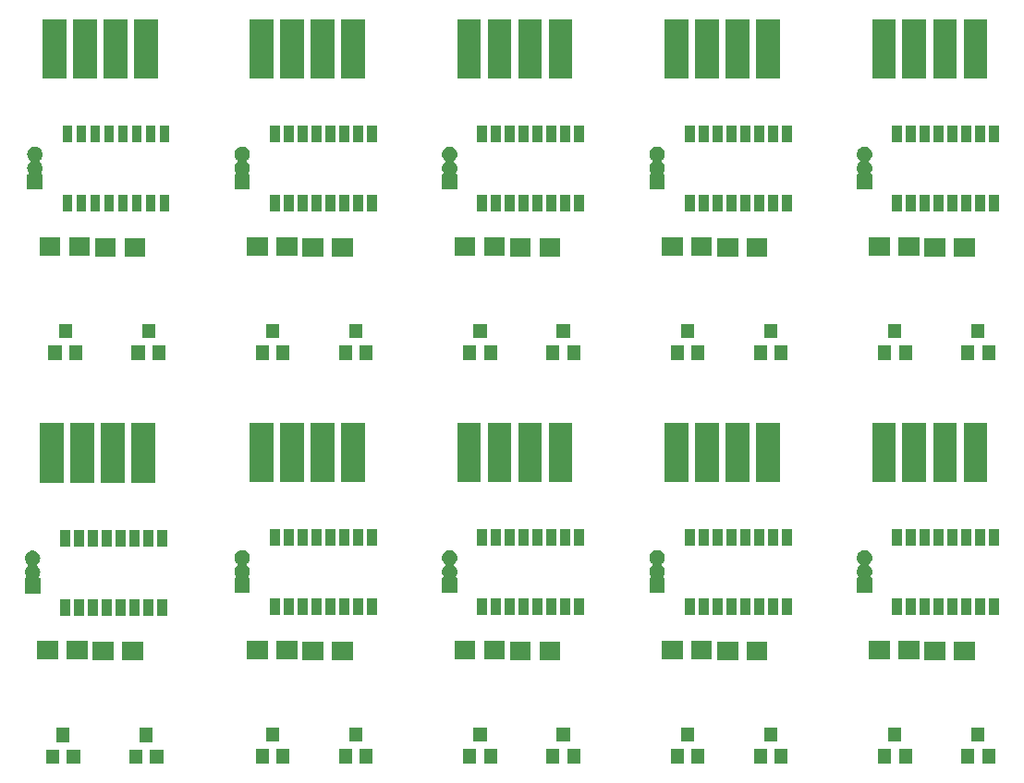
<source format=gbs>
%MOIN*%
%OFA0B0*%
%FSLAX46Y46*%
%IPPOS*%
%LPD*%
%ADD10C,0.0039370078740157488*%
%ADD21C,0.0039370078740157488*%
%ADD22C,0.0039370078740157488*%
%ADD23C,0.0039370078740157488*%
%ADD24C,0.0039370078740157488*%
%ADD25C,0.0039370078740157488*%
%ADD26C,0.0039370078740157488*%
%ADD27C,0.0039370078740157488*%
%ADD28C,0.0039370078740157488*%
%ADD29C,0.0039370078740157488*%
G01G01*
D10*
G36*
X0000273523Y0000112539D02*
X0000226279Y0000112539D01*
X0000226279Y0000163720D01*
X0000273523Y0000163720D01*
X0000273523Y0000112539D01*
X0000273523Y0000112539D01*
G37*
G36*
X0000198720Y0000112539D02*
X0000151476Y0000112539D01*
X0000151476Y0000163720D01*
X0000198720Y0000163720D01*
X0000198720Y0000112539D01*
X0000198720Y0000112539D01*
G37*
G36*
X0000573523Y0000112539D02*
X0000526279Y0000112539D01*
X0000526279Y0000163720D01*
X0000573523Y0000163720D01*
X0000573523Y0000112539D01*
X0000573523Y0000112539D01*
G37*
G36*
X0000498720Y0000112539D02*
X0000451476Y0000112539D01*
X0000451476Y0000163720D01*
X0000498720Y0000163720D01*
X0000498720Y0000112539D01*
X0000498720Y0000112539D01*
G37*
G36*
X0000236122Y0000191279D02*
X0000188878Y0000191279D01*
X0000188878Y0000242460D01*
X0000236122Y0000242460D01*
X0000236122Y0000191279D01*
X0000236122Y0000191279D01*
G37*
G36*
X0000536122Y0000191279D02*
X0000488878Y0000191279D01*
X0000488878Y0000242460D01*
X0000536122Y0000242460D01*
X0000536122Y0000191279D01*
X0000536122Y0000191279D01*
G37*
G36*
X0000394252Y0000486535D02*
X0000319448Y0000486535D01*
X0000319448Y0000553464D01*
X0000394252Y0000553464D01*
X0000394252Y0000486535D01*
X0000394252Y0000486535D01*
G37*
G36*
X0000500551Y0000486535D02*
X0000425748Y0000486535D01*
X0000425748Y0000553464D01*
X0000500551Y0000553464D01*
X0000500551Y0000486535D01*
X0000500551Y0000486535D01*
G37*
G36*
X0000300551Y0000489035D02*
X0000225748Y0000489035D01*
X0000225748Y0000555964D01*
X0000300551Y0000555964D01*
X0000300551Y0000489035D01*
X0000300551Y0000489035D01*
G37*
G36*
X0000194252Y0000489035D02*
X0000119448Y0000489035D01*
X0000119448Y0000555964D01*
X0000194252Y0000555964D01*
X0000194252Y0000489035D01*
X0000194252Y0000489035D01*
G37*
G36*
X0000387874Y0000647126D02*
X0000352126Y0000647126D01*
X0000352126Y0000707874D01*
X0000387874Y0000707874D01*
X0000387874Y0000647126D01*
X0000387874Y0000647126D01*
G37*
G36*
X0000237874Y0000647126D02*
X0000202126Y0000647126D01*
X0000202126Y0000707874D01*
X0000237874Y0000707874D01*
X0000237874Y0000647126D01*
X0000237874Y0000647126D01*
G37*
G36*
X0000337874Y0000647126D02*
X0000302126Y0000647126D01*
X0000302126Y0000707874D01*
X0000337874Y0000707874D01*
X0000337874Y0000647126D01*
X0000337874Y0000647126D01*
G37*
G36*
X0000437874Y0000647126D02*
X0000402126Y0000647126D01*
X0000402126Y0000707874D01*
X0000437874Y0000707874D01*
X0000437874Y0000647126D01*
X0000437874Y0000647126D01*
G37*
G36*
X0000537874Y0000647126D02*
X0000502126Y0000647126D01*
X0000502126Y0000707874D01*
X0000537874Y0000707874D01*
X0000537874Y0000647126D01*
X0000537874Y0000647126D01*
G37*
G36*
X0000287874Y0000647126D02*
X0000252126Y0000647126D01*
X0000252126Y0000707874D01*
X0000287874Y0000707874D01*
X0000287874Y0000647126D01*
X0000287874Y0000647126D01*
G37*
G36*
X0000587874Y0000647126D02*
X0000552126Y0000647126D01*
X0000552126Y0000707874D01*
X0000587874Y0000707874D01*
X0000587874Y0000647126D01*
X0000587874Y0000647126D01*
G37*
G36*
X0000487874Y0000647126D02*
X0000452126Y0000647126D01*
X0000452126Y0000707874D01*
X0000487874Y0000707874D01*
X0000487874Y0000647126D01*
X0000487874Y0000647126D01*
G37*
G36*
X0000107902Y0000882160D02*
X0000113097Y0000880584D01*
X0000117885Y0000878025D01*
X0000122081Y0000874581D01*
X0000125525Y0000870385D01*
X0000128084Y0000865597D01*
X0000129660Y0000860402D01*
X0000130192Y0000855000D01*
X0000129660Y0000849597D01*
X0000128084Y0000844402D01*
X0000125525Y0000839615D01*
X0000122081Y0000835418D01*
X0000120114Y0000833804D01*
X0000119432Y0000833122D01*
X0000118896Y0000832320D01*
X0000118527Y0000831428D01*
X0000118338Y0000830482D01*
X0000118338Y0000829517D01*
X0000118527Y0000828571D01*
X0000118896Y0000827680D01*
X0000119432Y0000826878D01*
X0000120114Y0000826196D01*
X0000122081Y0000824581D01*
X0000125525Y0000820385D01*
X0000128084Y0000815597D01*
X0000129660Y0000810402D01*
X0000130192Y0000805000D01*
X0000129660Y0000799597D01*
X0000128084Y0000794402D01*
X0000128084Y0000794402D01*
X0000125624Y0000789800D01*
X0000125255Y0000788909D01*
X0000125067Y0000787962D01*
X0000125067Y0000786998D01*
X0000125255Y0000786051D01*
X0000125624Y0000785160D01*
X0000126160Y0000784358D01*
X0000126842Y0000783676D01*
X0000127644Y0000783140D01*
X0000128536Y0000782771D01*
X0000129964Y0000782559D01*
X0000130059Y0000782559D01*
X0000130059Y0000727441D01*
X0000074941Y0000727441D01*
X0000074941Y0000782559D01*
X0000075035Y0000782559D01*
X0000075995Y0000782653D01*
X0000076918Y0000782933D01*
X0000077769Y0000783388D01*
X0000078515Y0000784000D01*
X0000079127Y0000784746D01*
X0000079582Y0000785597D01*
X0000079862Y0000786520D01*
X0000079956Y0000787480D01*
X0000079862Y0000788440D01*
X0000079375Y0000789800D01*
X0000076915Y0000794402D01*
X0000076915Y0000794402D01*
X0000075339Y0000799597D01*
X0000074807Y0000805000D01*
X0000075339Y0000810402D01*
X0000076915Y0000815597D01*
X0000079474Y0000820385D01*
X0000082918Y0000824581D01*
X0000084885Y0000826196D01*
X0000085567Y0000826878D01*
X0000086103Y0000827680D01*
X0000086473Y0000828571D01*
X0000086661Y0000829517D01*
X0000086661Y0000830482D01*
X0000086473Y0000831428D01*
X0000086103Y0000832320D01*
X0000085567Y0000833122D01*
X0000084885Y0000833804D01*
X0000082918Y0000835418D01*
X0000079474Y0000839615D01*
X0000076915Y0000844402D01*
X0000075339Y0000849597D01*
X0000074807Y0000855000D01*
X0000075339Y0000860402D01*
X0000076915Y0000865597D01*
X0000079474Y0000870385D01*
X0000082918Y0000874581D01*
X0000087115Y0000878025D01*
X0000091902Y0000880584D01*
X0000097097Y0000882160D01*
X0000101146Y0000882559D01*
X0000103854Y0000882559D01*
X0000107902Y0000882160D01*
X0000107902Y0000882160D01*
G37*
G36*
X0000237874Y0000897126D02*
X0000202126Y0000897126D01*
X0000202126Y0000957874D01*
X0000237874Y0000957874D01*
X0000237874Y0000897126D01*
X0000237874Y0000897126D01*
G37*
G36*
X0000437874Y0000897126D02*
X0000402126Y0000897126D01*
X0000402126Y0000957874D01*
X0000437874Y0000957874D01*
X0000437874Y0000897126D01*
X0000437874Y0000897126D01*
G37*
G36*
X0000387874Y0000897126D02*
X0000352126Y0000897126D01*
X0000352126Y0000957874D01*
X0000387874Y0000957874D01*
X0000387874Y0000897126D01*
X0000387874Y0000897126D01*
G37*
G36*
X0000287874Y0000897126D02*
X0000252126Y0000897126D01*
X0000252126Y0000957874D01*
X0000287874Y0000957874D01*
X0000287874Y0000897126D01*
X0000287874Y0000897126D01*
G37*
G36*
X0000337874Y0000897126D02*
X0000302126Y0000897126D01*
X0000302126Y0000957874D01*
X0000337874Y0000957874D01*
X0000337874Y0000897126D01*
X0000337874Y0000897126D01*
G37*
G36*
X0000537874Y0000897126D02*
X0000502126Y0000897126D01*
X0000502126Y0000957874D01*
X0000537874Y0000957874D01*
X0000537874Y0000897126D01*
X0000537874Y0000897126D01*
G37*
G36*
X0000587874Y0000897126D02*
X0000552126Y0000897126D01*
X0000552126Y0000957874D01*
X0000587874Y0000957874D01*
X0000587874Y0000897126D01*
X0000587874Y0000897126D01*
G37*
G36*
X0000487874Y0000897126D02*
X0000452126Y0000897126D01*
X0000452126Y0000957874D01*
X0000487874Y0000957874D01*
X0000487874Y0000897126D01*
X0000487874Y0000897126D01*
G37*
G36*
X0000545374Y0001127126D02*
X0000459547Y0001127126D01*
X0000459547Y0001342874D01*
X0000545374Y0001342874D01*
X0000545374Y0001127126D01*
X0000545374Y0001127126D01*
G37*
G36*
X0000435531Y0001127126D02*
X0000349704Y0001127126D01*
X0000349704Y0001342874D01*
X0000435531Y0001342874D01*
X0000435531Y0001127126D01*
X0000435531Y0001127126D01*
G37*
G36*
X0000325295Y0001127126D02*
X0000239468Y0001127126D01*
X0000239468Y0001342874D01*
X0000325295Y0001342874D01*
X0000325295Y0001127126D01*
X0000325295Y0001127126D01*
G37*
G36*
X0000215452Y0001127126D02*
X0000129626Y0001127126D01*
X0000129626Y0001342874D01*
X0000215452Y0001342874D01*
X0000215452Y0001127126D01*
X0000215452Y0001127126D01*
G37*
G04 next file*
G04 #@! TF.GenerationSoftware,KiCad,Pcbnew,(5.0.2)-1*
G04 #@! TF.CreationDate,2019-07-10T16:32:42+02:00*
G04 #@! TF.ProjectId,joystick tester systest,6a6f7973-7469-4636-9b20-746573746572,rev?*
G04 #@! TF.SameCoordinates,Original*
G04 #@! TF.FileFunction,Soldermask,Bot*
G04 #@! TF.FilePolarity,Negative*
G04 Gerber Fmt 4.6, Leading zero omitted, Abs format (unit mm)*
G04 Created by KiCad (PCBNEW (5.0.2)-1) date 10-7-2019 16:32:42*
G01G01*
G04 APERTURE LIST*
G04 APERTURE END LIST*
D21*
G36*
X0000281732Y0001570472D02*
X0000234488Y0001570472D01*
X0000234488Y0001621653D01*
X0000281732Y0001621653D01*
X0000281732Y0001570472D01*
X0000281732Y0001570472D01*
G37*
G36*
X0000206929Y0001570472D02*
X0000159685Y0001570472D01*
X0000159685Y0001621653D01*
X0000206929Y0001621653D01*
X0000206929Y0001570472D01*
X0000206929Y0001570472D01*
G37*
G36*
X0000581732Y0001570472D02*
X0000534488Y0001570472D01*
X0000534488Y0001621653D01*
X0000581732Y0001621653D01*
X0000581732Y0001570472D01*
X0000581732Y0001570472D01*
G37*
G36*
X0000506929Y0001570472D02*
X0000459685Y0001570472D01*
X0000459685Y0001621653D01*
X0000506929Y0001621653D01*
X0000506929Y0001570472D01*
X0000506929Y0001570472D01*
G37*
G36*
X0000244330Y0001649212D02*
X0000197086Y0001649212D01*
X0000197086Y0001700393D01*
X0000244330Y0001700393D01*
X0000244330Y0001649212D01*
X0000244330Y0001649212D01*
G37*
G36*
X0000544330Y0001649212D02*
X0000497086Y0001649212D01*
X0000497086Y0001700393D01*
X0000544330Y0001700393D01*
X0000544330Y0001649212D01*
X0000544330Y0001649212D01*
G37*
G36*
X0000402460Y0001944468D02*
X0000327657Y0001944468D01*
X0000327657Y0002011397D01*
X0000402460Y0002011397D01*
X0000402460Y0001944468D01*
X0000402460Y0001944468D01*
G37*
G36*
X0000508759Y0001944468D02*
X0000433956Y0001944468D01*
X0000433956Y0002011397D01*
X0000508759Y0002011397D01*
X0000508759Y0001944468D01*
X0000508759Y0001944468D01*
G37*
G36*
X0000308759Y0001946968D02*
X0000233956Y0001946968D01*
X0000233956Y0002013897D01*
X0000308759Y0002013897D01*
X0000308759Y0001946968D01*
X0000308759Y0001946968D01*
G37*
G36*
X0000202460Y0001946968D02*
X0000127657Y0001946968D01*
X0000127657Y0002013897D01*
X0000202460Y0002013897D01*
X0000202460Y0001946968D01*
X0000202460Y0001946968D01*
G37*
G36*
X0000396082Y0002105059D02*
X0000360334Y0002105059D01*
X0000360334Y0002165807D01*
X0000396082Y0002165807D01*
X0000396082Y0002105059D01*
X0000396082Y0002105059D01*
G37*
G36*
X0000246082Y0002105059D02*
X0000210334Y0002105059D01*
X0000210334Y0002165807D01*
X0000246082Y0002165807D01*
X0000246082Y0002105059D01*
X0000246082Y0002105059D01*
G37*
G36*
X0000346082Y0002105059D02*
X0000310334Y0002105059D01*
X0000310334Y0002165807D01*
X0000346082Y0002165807D01*
X0000346082Y0002105059D01*
X0000346082Y0002105059D01*
G37*
G36*
X0000446082Y0002105059D02*
X0000410334Y0002105059D01*
X0000410334Y0002165807D01*
X0000446082Y0002165807D01*
X0000446082Y0002105059D01*
X0000446082Y0002105059D01*
G37*
G36*
X0000546082Y0002105059D02*
X0000510334Y0002105059D01*
X0000510334Y0002165807D01*
X0000546082Y0002165807D01*
X0000546082Y0002105059D01*
X0000546082Y0002105059D01*
G37*
G36*
X0000296082Y0002105059D02*
X0000260334Y0002105059D01*
X0000260334Y0002165807D01*
X0000296082Y0002165807D01*
X0000296082Y0002105059D01*
X0000296082Y0002105059D01*
G37*
G36*
X0000596082Y0002105059D02*
X0000560334Y0002105059D01*
X0000560334Y0002165807D01*
X0000596082Y0002165807D01*
X0000596082Y0002105059D01*
X0000596082Y0002105059D01*
G37*
G36*
X0000496082Y0002105059D02*
X0000460334Y0002105059D01*
X0000460334Y0002165807D01*
X0000496082Y0002165807D01*
X0000496082Y0002105059D01*
X0000496082Y0002105059D01*
G37*
G36*
X0000116111Y0002340093D02*
X0000121306Y0002338517D01*
X0000126093Y0002335958D01*
X0000130290Y0002332514D01*
X0000133734Y0002328318D01*
X0000136293Y0002323530D01*
X0000137868Y0002318335D01*
X0000138401Y0002312933D01*
X0000137868Y0002307530D01*
X0000136293Y0002302335D01*
X0000133734Y0002297547D01*
X0000130290Y0002293351D01*
X0000128322Y0002291737D01*
X0000127640Y0002291055D01*
X0000127104Y0002290252D01*
X0000126735Y0002289361D01*
X0000126547Y0002288415D01*
X0000126547Y0002287450D01*
X0000126735Y0002286504D01*
X0000127104Y0002285613D01*
X0000127640Y0002284811D01*
X0000128322Y0002284129D01*
X0000130290Y0002282514D01*
X0000133734Y0002278318D01*
X0000136293Y0002273530D01*
X0000137868Y0002268335D01*
X0000138401Y0002262933D01*
X0000137868Y0002257530D01*
X0000136293Y0002252335D01*
X0000136292Y0002252335D01*
X0000133833Y0002247733D01*
X0000133463Y0002246841D01*
X0000133275Y0002245895D01*
X0000133275Y0002244930D01*
X0000133463Y0002243984D01*
X0000133833Y0002243093D01*
X0000134369Y0002242291D01*
X0000135051Y0002241609D01*
X0000135853Y0002241073D01*
X0000136744Y0002240704D01*
X0000138173Y0002240492D01*
X0000138267Y0002240492D01*
X0000138267Y0002185374D01*
X0000083149Y0002185374D01*
X0000083149Y0002240492D01*
X0000083244Y0002240492D01*
X0000084204Y0002240586D01*
X0000085127Y0002240866D01*
X0000085978Y0002241321D01*
X0000086723Y0002241933D01*
X0000087335Y0002242679D01*
X0000087790Y0002243530D01*
X0000088070Y0002244453D01*
X0000088165Y0002245413D01*
X0000088070Y0002246373D01*
X0000087584Y0002247733D01*
X0000085124Y0002252335D01*
X0000085124Y0002252335D01*
X0000083548Y0002257530D01*
X0000083016Y0002262933D01*
X0000083548Y0002268335D01*
X0000085124Y0002273530D01*
X0000087683Y0002278318D01*
X0000091127Y0002282514D01*
X0000093094Y0002284129D01*
X0000093776Y0002284811D01*
X0000094312Y0002285613D01*
X0000094681Y0002286504D01*
X0000094869Y0002287450D01*
X0000094869Y0002288415D01*
X0000094681Y0002289361D01*
X0000094312Y0002290252D01*
X0000093776Y0002291055D01*
X0000093094Y0002291737D01*
X0000091127Y0002293351D01*
X0000087683Y0002297547D01*
X0000085124Y0002302335D01*
X0000083548Y0002307530D01*
X0000083016Y0002312933D01*
X0000083548Y0002318335D01*
X0000085124Y0002323530D01*
X0000087683Y0002328318D01*
X0000091127Y0002332514D01*
X0000095323Y0002335958D01*
X0000100111Y0002338517D01*
X0000105306Y0002340093D01*
X0000109354Y0002340492D01*
X0000112062Y0002340492D01*
X0000116111Y0002340093D01*
X0000116111Y0002340093D01*
G37*
G36*
X0000246082Y0002355059D02*
X0000210334Y0002355059D01*
X0000210334Y0002415807D01*
X0000246082Y0002415807D01*
X0000246082Y0002355059D01*
X0000246082Y0002355059D01*
G37*
G36*
X0000446082Y0002355059D02*
X0000410334Y0002355059D01*
X0000410334Y0002415807D01*
X0000446082Y0002415807D01*
X0000446082Y0002355059D01*
X0000446082Y0002355059D01*
G37*
G36*
X0000396082Y0002355059D02*
X0000360334Y0002355059D01*
X0000360334Y0002415807D01*
X0000396082Y0002415807D01*
X0000396082Y0002355059D01*
X0000396082Y0002355059D01*
G37*
G36*
X0000296082Y0002355059D02*
X0000260334Y0002355059D01*
X0000260334Y0002415807D01*
X0000296082Y0002415807D01*
X0000296082Y0002355059D01*
X0000296082Y0002355059D01*
G37*
G36*
X0000346082Y0002355059D02*
X0000310334Y0002355059D01*
X0000310334Y0002415807D01*
X0000346082Y0002415807D01*
X0000346082Y0002355059D01*
X0000346082Y0002355059D01*
G37*
G36*
X0000546082Y0002355059D02*
X0000510334Y0002355059D01*
X0000510334Y0002415807D01*
X0000546082Y0002415807D01*
X0000546082Y0002355059D01*
X0000546082Y0002355059D01*
G37*
G36*
X0000596082Y0002355059D02*
X0000560334Y0002355059D01*
X0000560334Y0002415807D01*
X0000596082Y0002415807D01*
X0000596082Y0002355059D01*
X0000596082Y0002355059D01*
G37*
G36*
X0000496082Y0002355059D02*
X0000460334Y0002355059D01*
X0000460334Y0002415807D01*
X0000496082Y0002415807D01*
X0000496082Y0002355059D01*
X0000496082Y0002355059D01*
G37*
G36*
X0000553582Y0002585059D02*
X0000467755Y0002585059D01*
X0000467755Y0002800807D01*
X0000553582Y0002800807D01*
X0000553582Y0002585059D01*
X0000553582Y0002585059D01*
G37*
G36*
X0000443740Y0002585059D02*
X0000357913Y0002585059D01*
X0000357913Y0002800807D01*
X0000443740Y0002800807D01*
X0000443740Y0002585059D01*
X0000443740Y0002585059D01*
G37*
G36*
X0000333503Y0002585059D02*
X0000247677Y0002585059D01*
X0000247677Y0002800807D01*
X0000333503Y0002800807D01*
X0000333503Y0002585059D01*
X0000333503Y0002585059D01*
G37*
G36*
X0000223661Y0002585059D02*
X0000137834Y0002585059D01*
X0000137834Y0002800807D01*
X0000223661Y0002800807D01*
X0000223661Y0002585059D01*
X0000223661Y0002585059D01*
G37*
G04 next file*
G04 #@! TF.GenerationSoftware,KiCad,Pcbnew,(5.0.2)-1*
G04 #@! TF.CreationDate,2019-07-10T16:32:42+02:00*
G04 #@! TF.ProjectId,joystick tester systest,6a6f7973-7469-4636-9b20-746573746572,rev?*
G04 #@! TF.SameCoordinates,Original*
G04 #@! TF.FileFunction,Soldermask,Bot*
G04 #@! TF.FilePolarity,Negative*
G04 Gerber Fmt 4.6, Leading zero omitted, Abs format (unit mm)*
G04 Created by KiCad (PCBNEW (5.0.2)-1) date 10-7-2019 16:32:42*
G01G01*
G04 APERTURE LIST*
G04 APERTURE END LIST*
D22*
G36*
X0001029763Y0000113779D02*
X0000982519Y0000113779D01*
X0000982519Y0000164960D01*
X0001029763Y0000164960D01*
X0001029763Y0000113779D01*
X0001029763Y0000113779D01*
G37*
G36*
X0000954960Y0000113779D02*
X0000907716Y0000113779D01*
X0000907716Y0000164960D01*
X0000954960Y0000164960D01*
X0000954960Y0000113779D01*
X0000954960Y0000113779D01*
G37*
G36*
X0001329763Y0000113779D02*
X0001282519Y0000113779D01*
X0001282519Y0000164960D01*
X0001329763Y0000164960D01*
X0001329763Y0000113779D01*
X0001329763Y0000113779D01*
G37*
G36*
X0001254960Y0000113779D02*
X0001207716Y0000113779D01*
X0001207716Y0000164960D01*
X0001254960Y0000164960D01*
X0001254960Y0000113779D01*
X0001254960Y0000113779D01*
G37*
G36*
X0000992362Y0000192519D02*
X0000945118Y0000192519D01*
X0000945118Y0000243700D01*
X0000992362Y0000243700D01*
X0000992362Y0000192519D01*
X0000992362Y0000192519D01*
G37*
G36*
X0001292362Y0000192519D02*
X0001245118Y0000192519D01*
X0001245118Y0000243700D01*
X0001292362Y0000243700D01*
X0001292362Y0000192519D01*
X0001292362Y0000192519D01*
G37*
G36*
X0001150492Y0000487775D02*
X0001075688Y0000487775D01*
X0001075688Y0000554704D01*
X0001150492Y0000554704D01*
X0001150492Y0000487775D01*
X0001150492Y0000487775D01*
G37*
G36*
X0001256791Y0000487775D02*
X0001181988Y0000487775D01*
X0001181988Y0000554704D01*
X0001256791Y0000554704D01*
X0001256791Y0000487775D01*
X0001256791Y0000487775D01*
G37*
G36*
X0001056791Y0000490275D02*
X0000981988Y0000490275D01*
X0000981988Y0000557204D01*
X0001056791Y0000557204D01*
X0001056791Y0000490275D01*
X0001056791Y0000490275D01*
G37*
G36*
X0000950492Y0000490275D02*
X0000875688Y0000490275D01*
X0000875688Y0000557204D01*
X0000950492Y0000557204D01*
X0000950492Y0000490275D01*
X0000950492Y0000490275D01*
G37*
G36*
X0001144114Y0000648366D02*
X0001108366Y0000648366D01*
X0001108366Y0000709114D01*
X0001144114Y0000709114D01*
X0001144114Y0000648366D01*
X0001144114Y0000648366D01*
G37*
G36*
X0000994114Y0000648366D02*
X0000958366Y0000648366D01*
X0000958366Y0000709114D01*
X0000994114Y0000709114D01*
X0000994114Y0000648366D01*
X0000994114Y0000648366D01*
G37*
G36*
X0001094114Y0000648366D02*
X0001058366Y0000648366D01*
X0001058366Y0000709114D01*
X0001094114Y0000709114D01*
X0001094114Y0000648366D01*
X0001094114Y0000648366D01*
G37*
G36*
X0001194114Y0000648366D02*
X0001158366Y0000648366D01*
X0001158366Y0000709114D01*
X0001194114Y0000709114D01*
X0001194114Y0000648366D01*
X0001194114Y0000648366D01*
G37*
G36*
X0001294114Y0000648366D02*
X0001258366Y0000648366D01*
X0001258366Y0000709114D01*
X0001294114Y0000709114D01*
X0001294114Y0000648366D01*
X0001294114Y0000648366D01*
G37*
G36*
X0001044114Y0000648366D02*
X0001008366Y0000648366D01*
X0001008366Y0000709114D01*
X0001044114Y0000709114D01*
X0001044114Y0000648366D01*
X0001044114Y0000648366D01*
G37*
G36*
X0001344114Y0000648366D02*
X0001308366Y0000648366D01*
X0001308366Y0000709114D01*
X0001344114Y0000709114D01*
X0001344114Y0000648366D01*
X0001344114Y0000648366D01*
G37*
G36*
X0001244114Y0000648366D02*
X0001208366Y0000648366D01*
X0001208366Y0000709114D01*
X0001244114Y0000709114D01*
X0001244114Y0000648366D01*
X0001244114Y0000648366D01*
G37*
G36*
X0000864142Y0000883400D02*
X0000869337Y0000881824D01*
X0000874125Y0000879265D01*
X0000878321Y0000875821D01*
X0000881765Y0000871625D01*
X0000884324Y0000866837D01*
X0000885900Y0000861642D01*
X0000886432Y0000856240D01*
X0000885900Y0000850837D01*
X0000884324Y0000845642D01*
X0000881765Y0000840855D01*
X0000878321Y0000836658D01*
X0000876354Y0000835044D01*
X0000875672Y0000834362D01*
X0000875136Y0000833560D01*
X0000874767Y0000832668D01*
X0000874578Y0000831722D01*
X0000874578Y0000830757D01*
X0000874767Y0000829811D01*
X0000875136Y0000828920D01*
X0000875672Y0000828118D01*
X0000876354Y0000827436D01*
X0000878321Y0000825821D01*
X0000881765Y0000821625D01*
X0000884324Y0000816837D01*
X0000885900Y0000811642D01*
X0000886432Y0000806240D01*
X0000885900Y0000800837D01*
X0000884324Y0000795642D01*
X0000884324Y0000795642D01*
X0000881864Y0000791040D01*
X0000881495Y0000790148D01*
X0000881307Y0000789202D01*
X0000881307Y0000788238D01*
X0000881495Y0000787291D01*
X0000881864Y0000786400D01*
X0000882400Y0000785598D01*
X0000883082Y0000784916D01*
X0000883884Y0000784380D01*
X0000884776Y0000784011D01*
X0000886204Y0000783799D01*
X0000886299Y0000783799D01*
X0000886299Y0000728681D01*
X0000831181Y0000728681D01*
X0000831181Y0000783799D01*
X0000831275Y0000783799D01*
X0000832235Y0000783893D01*
X0000833158Y0000784173D01*
X0000834009Y0000784628D01*
X0000834755Y0000785240D01*
X0000835367Y0000785986D01*
X0000835822Y0000786837D01*
X0000836102Y0000787760D01*
X0000836196Y0000788720D01*
X0000836102Y0000789680D01*
X0000835615Y0000791040D01*
X0000833155Y0000795642D01*
X0000833155Y0000795642D01*
X0000831579Y0000800837D01*
X0000831047Y0000806240D01*
X0000831579Y0000811642D01*
X0000833155Y0000816837D01*
X0000835714Y0000821625D01*
X0000839158Y0000825821D01*
X0000841125Y0000827436D01*
X0000841807Y0000828118D01*
X0000842343Y0000828920D01*
X0000842713Y0000829811D01*
X0000842901Y0000830757D01*
X0000842901Y0000831722D01*
X0000842713Y0000832668D01*
X0000842343Y0000833560D01*
X0000841807Y0000834362D01*
X0000841125Y0000835044D01*
X0000839158Y0000836658D01*
X0000835714Y0000840855D01*
X0000833155Y0000845642D01*
X0000831579Y0000850837D01*
X0000831047Y0000856240D01*
X0000831579Y0000861642D01*
X0000833155Y0000866837D01*
X0000835714Y0000871625D01*
X0000839158Y0000875821D01*
X0000843355Y0000879265D01*
X0000848142Y0000881824D01*
X0000853337Y0000883400D01*
X0000857386Y0000883799D01*
X0000860094Y0000883799D01*
X0000864142Y0000883400D01*
X0000864142Y0000883400D01*
G37*
G36*
X0000994114Y0000898366D02*
X0000958366Y0000898366D01*
X0000958366Y0000959114D01*
X0000994114Y0000959114D01*
X0000994114Y0000898366D01*
X0000994114Y0000898366D01*
G37*
G36*
X0001194114Y0000898366D02*
X0001158366Y0000898366D01*
X0001158366Y0000959114D01*
X0001194114Y0000959114D01*
X0001194114Y0000898366D01*
X0001194114Y0000898366D01*
G37*
G36*
X0001144114Y0000898366D02*
X0001108366Y0000898366D01*
X0001108366Y0000959114D01*
X0001144114Y0000959114D01*
X0001144114Y0000898366D01*
X0001144114Y0000898366D01*
G37*
G36*
X0001044114Y0000898366D02*
X0001008366Y0000898366D01*
X0001008366Y0000959114D01*
X0001044114Y0000959114D01*
X0001044114Y0000898366D01*
X0001044114Y0000898366D01*
G37*
G36*
X0001094114Y0000898366D02*
X0001058366Y0000898366D01*
X0001058366Y0000959114D01*
X0001094114Y0000959114D01*
X0001094114Y0000898366D01*
X0001094114Y0000898366D01*
G37*
G36*
X0001294114Y0000898366D02*
X0001258366Y0000898366D01*
X0001258366Y0000959114D01*
X0001294114Y0000959114D01*
X0001294114Y0000898366D01*
X0001294114Y0000898366D01*
G37*
G36*
X0001344114Y0000898366D02*
X0001308366Y0000898366D01*
X0001308366Y0000959114D01*
X0001344114Y0000959114D01*
X0001344114Y0000898366D01*
X0001344114Y0000898366D01*
G37*
G36*
X0001244114Y0000898366D02*
X0001208366Y0000898366D01*
X0001208366Y0000959114D01*
X0001244114Y0000959114D01*
X0001244114Y0000898366D01*
X0001244114Y0000898366D01*
G37*
G36*
X0001301614Y0001128366D02*
X0001215787Y0001128366D01*
X0001215787Y0001344114D01*
X0001301614Y0001344114D01*
X0001301614Y0001128366D01*
X0001301614Y0001128366D01*
G37*
G36*
X0001191771Y0001128366D02*
X0001105944Y0001128366D01*
X0001105944Y0001344114D01*
X0001191771Y0001344114D01*
X0001191771Y0001128366D01*
X0001191771Y0001128366D01*
G37*
G36*
X0001081535Y0001128366D02*
X0000995708Y0001128366D01*
X0000995708Y0001344114D01*
X0001081535Y0001344114D01*
X0001081535Y0001128366D01*
X0001081535Y0001128366D01*
G37*
G36*
X0000971692Y0001128366D02*
X0000885866Y0001128366D01*
X0000885866Y0001344114D01*
X0000971692Y0001344114D01*
X0000971692Y0001128366D01*
X0000971692Y0001128366D01*
G37*
G04 next file*
G04 #@! TF.GenerationSoftware,KiCad,Pcbnew,(5.0.2)-1*
G04 #@! TF.CreationDate,2019-07-10T16:32:42+02:00*
G04 #@! TF.ProjectId,joystick tester systest,6a6f7973-7469-4636-9b20-746573746572,rev?*
G04 #@! TF.SameCoordinates,Original*
G04 #@! TF.FileFunction,Soldermask,Bot*
G04 #@! TF.FilePolarity,Negative*
G04 Gerber Fmt 4.6, Leading zero omitted, Abs format (unit mm)*
G04 Created by KiCad (PCBNEW (5.0.2)-1) date 10-7-2019 16:32:42*
G01G01*
G04 APERTURE LIST*
G04 APERTURE END LIST*
D23*
G36*
X0001777795Y0000113779D02*
X0001730551Y0000113779D01*
X0001730551Y0000164960D01*
X0001777795Y0000164960D01*
X0001777795Y0000113779D01*
X0001777795Y0000113779D01*
G37*
G36*
X0001702992Y0000113779D02*
X0001655748Y0000113779D01*
X0001655748Y0000164960D01*
X0001702992Y0000164960D01*
X0001702992Y0000113779D01*
X0001702992Y0000113779D01*
G37*
G36*
X0002077795Y0000113779D02*
X0002030551Y0000113779D01*
X0002030551Y0000164960D01*
X0002077795Y0000164960D01*
X0002077795Y0000113779D01*
X0002077795Y0000113779D01*
G37*
G36*
X0002002992Y0000113779D02*
X0001955747Y0000113779D01*
X0001955747Y0000164960D01*
X0002002992Y0000164960D01*
X0002002992Y0000113779D01*
X0002002992Y0000113779D01*
G37*
G36*
X0001740393Y0000192519D02*
X0001693149Y0000192519D01*
X0001693149Y0000243700D01*
X0001740393Y0000243700D01*
X0001740393Y0000192519D01*
X0001740393Y0000192519D01*
G37*
G36*
X0002040393Y0000192519D02*
X0001993149Y0000192519D01*
X0001993149Y0000243700D01*
X0002040393Y0000243700D01*
X0002040393Y0000192519D01*
X0002040393Y0000192519D01*
G37*
G36*
X0001898523Y0000487775D02*
X0001823720Y0000487775D01*
X0001823720Y0000554704D01*
X0001898523Y0000554704D01*
X0001898523Y0000487775D01*
X0001898523Y0000487775D01*
G37*
G36*
X0002004822Y0000487775D02*
X0001930019Y0000487775D01*
X0001930019Y0000554704D01*
X0002004822Y0000554704D01*
X0002004822Y0000487775D01*
X0002004822Y0000487775D01*
G37*
G36*
X0001804822Y0000490275D02*
X0001730019Y0000490275D01*
X0001730019Y0000557204D01*
X0001804822Y0000557204D01*
X0001804822Y0000490275D01*
X0001804822Y0000490275D01*
G37*
G36*
X0001698523Y0000490275D02*
X0001623720Y0000490275D01*
X0001623720Y0000557204D01*
X0001698523Y0000557204D01*
X0001698523Y0000490275D01*
X0001698523Y0000490275D01*
G37*
G36*
X0001892145Y0000648366D02*
X0001856397Y0000648366D01*
X0001856397Y0000709114D01*
X0001892145Y0000709114D01*
X0001892145Y0000648366D01*
X0001892145Y0000648366D01*
G37*
G36*
X0001742145Y0000648366D02*
X0001706397Y0000648366D01*
X0001706397Y0000709114D01*
X0001742145Y0000709114D01*
X0001742145Y0000648366D01*
X0001742145Y0000648366D01*
G37*
G36*
X0001842145Y0000648366D02*
X0001806397Y0000648366D01*
X0001806397Y0000709114D01*
X0001842145Y0000709114D01*
X0001842145Y0000648366D01*
X0001842145Y0000648366D01*
G37*
G36*
X0001942145Y0000648366D02*
X0001906397Y0000648366D01*
X0001906397Y0000709114D01*
X0001942145Y0000709114D01*
X0001942145Y0000648366D01*
X0001942145Y0000648366D01*
G37*
G36*
X0002042145Y0000648366D02*
X0002006397Y0000648366D01*
X0002006397Y0000709114D01*
X0002042145Y0000709114D01*
X0002042145Y0000648366D01*
X0002042145Y0000648366D01*
G37*
G36*
X0001792145Y0000648366D02*
X0001756397Y0000648366D01*
X0001756397Y0000709114D01*
X0001792145Y0000709114D01*
X0001792145Y0000648366D01*
X0001792145Y0000648366D01*
G37*
G36*
X0002092145Y0000648366D02*
X0002056397Y0000648366D01*
X0002056397Y0000709114D01*
X0002092145Y0000709114D01*
X0002092145Y0000648366D01*
X0002092145Y0000648366D01*
G37*
G36*
X0001992145Y0000648366D02*
X0001956397Y0000648366D01*
X0001956397Y0000709114D01*
X0001992145Y0000709114D01*
X0001992145Y0000648366D01*
X0001992145Y0000648366D01*
G37*
G36*
X0001612174Y0000883400D02*
X0001617369Y0000881824D01*
X0001622156Y0000879265D01*
X0001626353Y0000875821D01*
X0001629797Y0000871625D01*
X0001632356Y0000866837D01*
X0001633931Y0000861642D01*
X0001634464Y0000856240D01*
X0001633931Y0000850837D01*
X0001632356Y0000845642D01*
X0001629797Y0000840855D01*
X0001626353Y0000836658D01*
X0001624385Y0000835044D01*
X0001623703Y0000834362D01*
X0001623167Y0000833560D01*
X0001622798Y0000832668D01*
X0001622610Y0000831722D01*
X0001622610Y0000830757D01*
X0001622798Y0000829811D01*
X0001623167Y0000828920D01*
X0001623703Y0000828118D01*
X0001624385Y0000827436D01*
X0001626353Y0000825821D01*
X0001629797Y0000821625D01*
X0001632356Y0000816837D01*
X0001633931Y0000811642D01*
X0001634464Y0000806240D01*
X0001633931Y0000800837D01*
X0001632356Y0000795642D01*
X0001632355Y0000795642D01*
X0001629896Y0000791040D01*
X0001629526Y0000790148D01*
X0001629338Y0000789202D01*
X0001629338Y0000788238D01*
X0001629526Y0000787291D01*
X0001629896Y0000786400D01*
X0001630432Y0000785598D01*
X0001631114Y0000784916D01*
X0001631916Y0000784380D01*
X0001632807Y0000784011D01*
X0001634236Y0000783799D01*
X0001634330Y0000783799D01*
X0001634330Y0000728681D01*
X0001579212Y0000728681D01*
X0001579212Y0000783799D01*
X0001579307Y0000783799D01*
X0001580267Y0000783893D01*
X0001581190Y0000784173D01*
X0001582041Y0000784628D01*
X0001582786Y0000785240D01*
X0001583398Y0000785986D01*
X0001583853Y0000786837D01*
X0001584133Y0000787760D01*
X0001584228Y0000788720D01*
X0001584133Y0000789680D01*
X0001583647Y0000791040D01*
X0001581187Y0000795642D01*
X0001581187Y0000795642D01*
X0001579611Y0000800837D01*
X0001579079Y0000806240D01*
X0001579611Y0000811642D01*
X0001581187Y0000816837D01*
X0001583746Y0000821625D01*
X0001587190Y0000825821D01*
X0001589157Y0000827436D01*
X0001589839Y0000828118D01*
X0001590375Y0000828920D01*
X0001590744Y0000829811D01*
X0001590932Y0000830757D01*
X0001590932Y0000831722D01*
X0001590744Y0000832668D01*
X0001590375Y0000833560D01*
X0001589839Y0000834362D01*
X0001589157Y0000835044D01*
X0001587190Y0000836658D01*
X0001583746Y0000840855D01*
X0001581187Y0000845642D01*
X0001579611Y0000850837D01*
X0001579079Y0000856240D01*
X0001579611Y0000861642D01*
X0001581187Y0000866837D01*
X0001583746Y0000871625D01*
X0001587190Y0000875821D01*
X0001591386Y0000879265D01*
X0001596174Y0000881824D01*
X0001601369Y0000883400D01*
X0001605417Y0000883799D01*
X0001608125Y0000883799D01*
X0001612174Y0000883400D01*
X0001612174Y0000883400D01*
G37*
G36*
X0001742145Y0000898366D02*
X0001706397Y0000898366D01*
X0001706397Y0000959114D01*
X0001742145Y0000959114D01*
X0001742145Y0000898366D01*
X0001742145Y0000898366D01*
G37*
G36*
X0001942145Y0000898366D02*
X0001906397Y0000898366D01*
X0001906397Y0000959114D01*
X0001942145Y0000959114D01*
X0001942145Y0000898366D01*
X0001942145Y0000898366D01*
G37*
G36*
X0001892145Y0000898366D02*
X0001856397Y0000898366D01*
X0001856397Y0000959114D01*
X0001892145Y0000959114D01*
X0001892145Y0000898366D01*
X0001892145Y0000898366D01*
G37*
G36*
X0001792145Y0000898366D02*
X0001756397Y0000898366D01*
X0001756397Y0000959114D01*
X0001792145Y0000959114D01*
X0001792145Y0000898366D01*
X0001792145Y0000898366D01*
G37*
G36*
X0001842145Y0000898366D02*
X0001806397Y0000898366D01*
X0001806397Y0000959114D01*
X0001842145Y0000959114D01*
X0001842145Y0000898366D01*
X0001842145Y0000898366D01*
G37*
G36*
X0002042145Y0000898366D02*
X0002006397Y0000898366D01*
X0002006397Y0000959114D01*
X0002042145Y0000959114D01*
X0002042145Y0000898366D01*
X0002042145Y0000898366D01*
G37*
G36*
X0002092145Y0000898366D02*
X0002056397Y0000898366D01*
X0002056397Y0000959114D01*
X0002092145Y0000959114D01*
X0002092145Y0000898366D01*
X0002092145Y0000898366D01*
G37*
G36*
X0001992145Y0000898366D02*
X0001956397Y0000898366D01*
X0001956397Y0000959114D01*
X0001992145Y0000959114D01*
X0001992145Y0000898366D01*
X0001992145Y0000898366D01*
G37*
G36*
X0002049645Y0001128366D02*
X0001963818Y0001128366D01*
X0001963818Y0001344114D01*
X0002049645Y0001344114D01*
X0002049645Y0001128366D01*
X0002049645Y0001128366D01*
G37*
G36*
X0001939803Y0001128366D02*
X0001853976Y0001128366D01*
X0001853976Y0001344114D01*
X0001939803Y0001344114D01*
X0001939803Y0001128366D01*
X0001939803Y0001128366D01*
G37*
G36*
X0001829566Y0001128366D02*
X0001743740Y0001128366D01*
X0001743740Y0001344114D01*
X0001829566Y0001344114D01*
X0001829566Y0001128366D01*
X0001829566Y0001128366D01*
G37*
G36*
X0001719724Y0001128366D02*
X0001633897Y0001128366D01*
X0001633897Y0001344114D01*
X0001719724Y0001344114D01*
X0001719724Y0001128366D01*
X0001719724Y0001128366D01*
G37*
G04 next file*
G04 #@! TF.GenerationSoftware,KiCad,Pcbnew,(5.0.2)-1*
G04 #@! TF.CreationDate,2019-07-10T16:32:42+02:00*
G04 #@! TF.ProjectId,joystick tester systest,6a6f7973-7469-4636-9b20-746573746572,rev?*
G04 #@! TF.SameCoordinates,Original*
G04 #@! TF.FileFunction,Soldermask,Bot*
G04 #@! TF.FilePolarity,Negative*
G04 Gerber Fmt 4.6, Leading zero omitted, Abs format (unit mm)*
G04 Created by KiCad (PCBNEW (5.0.2)-1) date 10-7-2019 16:32:42*
G01G01*
G04 APERTURE LIST*
G04 APERTURE END LIST*
D24*
G36*
X0002525826Y0000113779D02*
X0002478582Y0000113779D01*
X0002478582Y0000164960D01*
X0002525826Y0000164960D01*
X0002525826Y0000113779D01*
X0002525826Y0000113779D01*
G37*
G36*
X0002451023Y0000113779D02*
X0002403779Y0000113779D01*
X0002403779Y0000164960D01*
X0002451023Y0000164960D01*
X0002451023Y0000113779D01*
X0002451023Y0000113779D01*
G37*
G36*
X0002825826Y0000113779D02*
X0002778582Y0000113779D01*
X0002778582Y0000164960D01*
X0002825826Y0000164960D01*
X0002825826Y0000113779D01*
X0002825826Y0000113779D01*
G37*
G36*
X0002751023Y0000113779D02*
X0002703779Y0000113779D01*
X0002703779Y0000164960D01*
X0002751023Y0000164960D01*
X0002751023Y0000113779D01*
X0002751023Y0000113779D01*
G37*
G36*
X0002488425Y0000192519D02*
X0002441181Y0000192519D01*
X0002441181Y0000243700D01*
X0002488425Y0000243700D01*
X0002488425Y0000192519D01*
X0002488425Y0000192519D01*
G37*
G36*
X0002788425Y0000192519D02*
X0002741181Y0000192519D01*
X0002741181Y0000243700D01*
X0002788425Y0000243700D01*
X0002788425Y0000192519D01*
X0002788425Y0000192519D01*
G37*
G36*
X0002646555Y0000487775D02*
X0002571751Y0000487775D01*
X0002571751Y0000554704D01*
X0002646555Y0000554704D01*
X0002646555Y0000487775D01*
X0002646555Y0000487775D01*
G37*
G36*
X0002752854Y0000487775D02*
X0002678051Y0000487775D01*
X0002678051Y0000554704D01*
X0002752854Y0000554704D01*
X0002752854Y0000487775D01*
X0002752854Y0000487775D01*
G37*
G36*
X0002552854Y0000490275D02*
X0002478051Y0000490275D01*
X0002478051Y0000557204D01*
X0002552854Y0000557204D01*
X0002552854Y0000490275D01*
X0002552854Y0000490275D01*
G37*
G36*
X0002446555Y0000490275D02*
X0002371751Y0000490275D01*
X0002371751Y0000557204D01*
X0002446555Y0000557204D01*
X0002446555Y0000490275D01*
X0002446555Y0000490275D01*
G37*
G36*
X0002640177Y0000648366D02*
X0002604429Y0000648366D01*
X0002604429Y0000709114D01*
X0002640177Y0000709114D01*
X0002640177Y0000648366D01*
X0002640177Y0000648366D01*
G37*
G36*
X0002490177Y0000648366D02*
X0002454429Y0000648366D01*
X0002454429Y0000709114D01*
X0002490177Y0000709114D01*
X0002490177Y0000648366D01*
X0002490177Y0000648366D01*
G37*
G36*
X0002590177Y0000648366D02*
X0002554429Y0000648366D01*
X0002554429Y0000709114D01*
X0002590177Y0000709114D01*
X0002590177Y0000648366D01*
X0002590177Y0000648366D01*
G37*
G36*
X0002690177Y0000648366D02*
X0002654429Y0000648366D01*
X0002654429Y0000709114D01*
X0002690177Y0000709114D01*
X0002690177Y0000648366D01*
X0002690177Y0000648366D01*
G37*
G36*
X0002790177Y0000648366D02*
X0002754429Y0000648366D01*
X0002754429Y0000709114D01*
X0002790177Y0000709114D01*
X0002790177Y0000648366D01*
X0002790177Y0000648366D01*
G37*
G36*
X0002540177Y0000648366D02*
X0002504429Y0000648366D01*
X0002504429Y0000709114D01*
X0002540177Y0000709114D01*
X0002540177Y0000648366D01*
X0002540177Y0000648366D01*
G37*
G36*
X0002840177Y0000648366D02*
X0002804429Y0000648366D01*
X0002804429Y0000709114D01*
X0002840177Y0000709114D01*
X0002840177Y0000648366D01*
X0002840177Y0000648366D01*
G37*
G36*
X0002740177Y0000648366D02*
X0002704429Y0000648366D01*
X0002704429Y0000709114D01*
X0002740177Y0000709114D01*
X0002740177Y0000648366D01*
X0002740177Y0000648366D01*
G37*
G36*
X0002360205Y0000883400D02*
X0002365400Y0000881824D01*
X0002370188Y0000879265D01*
X0002374384Y0000875821D01*
X0002377828Y0000871625D01*
X0002380387Y0000866837D01*
X0002381963Y0000861642D01*
X0002382495Y0000856240D01*
X0002381963Y0000850837D01*
X0002380387Y0000845642D01*
X0002377828Y0000840855D01*
X0002374384Y0000836658D01*
X0002372417Y0000835044D01*
X0002371735Y0000834362D01*
X0002371199Y0000833560D01*
X0002370830Y0000832668D01*
X0002370641Y0000831722D01*
X0002370641Y0000830757D01*
X0002370830Y0000829811D01*
X0002371199Y0000828920D01*
X0002371735Y0000828118D01*
X0002372417Y0000827436D01*
X0002374384Y0000825821D01*
X0002377828Y0000821625D01*
X0002380387Y0000816837D01*
X0002381963Y0000811642D01*
X0002382495Y0000806240D01*
X0002381963Y0000800837D01*
X0002380387Y0000795642D01*
X0002380387Y0000795642D01*
X0002377927Y0000791040D01*
X0002377558Y0000790148D01*
X0002377370Y0000789202D01*
X0002377370Y0000788238D01*
X0002377558Y0000787291D01*
X0002377927Y0000786400D01*
X0002378463Y0000785598D01*
X0002379145Y0000784916D01*
X0002379947Y0000784380D01*
X0002380839Y0000784011D01*
X0002382267Y0000783799D01*
X0002382362Y0000783799D01*
X0002382362Y0000728681D01*
X0002327244Y0000728681D01*
X0002327244Y0000783799D01*
X0002327338Y0000783799D01*
X0002328298Y0000783893D01*
X0002329221Y0000784173D01*
X0002330072Y0000784628D01*
X0002330818Y0000785240D01*
X0002331430Y0000785986D01*
X0002331885Y0000786837D01*
X0002332165Y0000787760D01*
X0002332259Y0000788720D01*
X0002332165Y0000789680D01*
X0002331678Y0000791040D01*
X0002329218Y0000795642D01*
X0002329218Y0000795642D01*
X0002327642Y0000800837D01*
X0002327110Y0000806240D01*
X0002327642Y0000811642D01*
X0002329218Y0000816837D01*
X0002331777Y0000821625D01*
X0002335221Y0000825821D01*
X0002337188Y0000827436D01*
X0002337870Y0000828118D01*
X0002338406Y0000828920D01*
X0002338776Y0000829811D01*
X0002338964Y0000830757D01*
X0002338964Y0000831722D01*
X0002338776Y0000832668D01*
X0002338406Y0000833560D01*
X0002337870Y0000834362D01*
X0002337188Y0000835044D01*
X0002335221Y0000836658D01*
X0002331777Y0000840855D01*
X0002329218Y0000845642D01*
X0002327642Y0000850837D01*
X0002327110Y0000856240D01*
X0002327642Y0000861642D01*
X0002329218Y0000866837D01*
X0002331777Y0000871625D01*
X0002335221Y0000875821D01*
X0002339418Y0000879265D01*
X0002344205Y0000881824D01*
X0002349400Y0000883400D01*
X0002353449Y0000883799D01*
X0002356157Y0000883799D01*
X0002360205Y0000883400D01*
X0002360205Y0000883400D01*
G37*
G36*
X0002490177Y0000898366D02*
X0002454429Y0000898366D01*
X0002454429Y0000959114D01*
X0002490177Y0000959114D01*
X0002490177Y0000898366D01*
X0002490177Y0000898366D01*
G37*
G36*
X0002690177Y0000898366D02*
X0002654429Y0000898366D01*
X0002654429Y0000959114D01*
X0002690177Y0000959114D01*
X0002690177Y0000898366D01*
X0002690177Y0000898366D01*
G37*
G36*
X0002640177Y0000898366D02*
X0002604429Y0000898366D01*
X0002604429Y0000959114D01*
X0002640177Y0000959114D01*
X0002640177Y0000898366D01*
X0002640177Y0000898366D01*
G37*
G36*
X0002540177Y0000898366D02*
X0002504429Y0000898366D01*
X0002504429Y0000959114D01*
X0002540177Y0000959114D01*
X0002540177Y0000898366D01*
X0002540177Y0000898366D01*
G37*
G36*
X0002590177Y0000898366D02*
X0002554429Y0000898366D01*
X0002554429Y0000959114D01*
X0002590177Y0000959114D01*
X0002590177Y0000898366D01*
X0002590177Y0000898366D01*
G37*
G36*
X0002790177Y0000898366D02*
X0002754429Y0000898366D01*
X0002754429Y0000959114D01*
X0002790177Y0000959114D01*
X0002790177Y0000898366D01*
X0002790177Y0000898366D01*
G37*
G36*
X0002840177Y0000898366D02*
X0002804429Y0000898366D01*
X0002804429Y0000959114D01*
X0002840177Y0000959114D01*
X0002840177Y0000898366D01*
X0002840177Y0000898366D01*
G37*
G36*
X0002740177Y0000898366D02*
X0002704429Y0000898366D01*
X0002704429Y0000959114D01*
X0002740177Y0000959114D01*
X0002740177Y0000898366D01*
X0002740177Y0000898366D01*
G37*
G36*
X0002797677Y0001128366D02*
X0002711850Y0001128366D01*
X0002711850Y0001344114D01*
X0002797677Y0001344114D01*
X0002797677Y0001128366D01*
X0002797677Y0001128366D01*
G37*
G36*
X0002687834Y0001128366D02*
X0002602007Y0001128366D01*
X0002602007Y0001344114D01*
X0002687834Y0001344114D01*
X0002687834Y0001128366D01*
X0002687834Y0001128366D01*
G37*
G36*
X0002577598Y0001128366D02*
X0002491771Y0001128366D01*
X0002491771Y0001344114D01*
X0002577598Y0001344114D01*
X0002577598Y0001128366D01*
X0002577598Y0001128366D01*
G37*
G36*
X0002467755Y0001128366D02*
X0002381929Y0001128366D01*
X0002381929Y0001344114D01*
X0002467755Y0001344114D01*
X0002467755Y0001128366D01*
X0002467755Y0001128366D01*
G37*
G04 next file*
G04 #@! TF.GenerationSoftware,KiCad,Pcbnew,(5.0.2)-1*
G04 #@! TF.CreationDate,2019-07-10T16:32:42+02:00*
G04 #@! TF.ProjectId,joystick tester systest,6a6f7973-7469-4636-9b20-746573746572,rev?*
G04 #@! TF.SameCoordinates,Original*
G04 #@! TF.FileFunction,Soldermask,Bot*
G04 #@! TF.FilePolarity,Negative*
G04 Gerber Fmt 4.6, Leading zero omitted, Abs format (unit mm)*
G04 Created by KiCad (PCBNEW (5.0.2)-1) date 10-7-2019 16:32:42*
G01G01*
G04 APERTURE LIST*
G04 APERTURE END LIST*
D25*
G36*
X0003273858Y0000113779D02*
X0003226614Y0000113779D01*
X0003226614Y0000164960D01*
X0003273858Y0000164960D01*
X0003273858Y0000113779D01*
X0003273858Y0000113779D01*
G37*
G36*
X0003199055Y0000113779D02*
X0003151811Y0000113779D01*
X0003151811Y0000164960D01*
X0003199055Y0000164960D01*
X0003199055Y0000113779D01*
X0003199055Y0000113779D01*
G37*
G36*
X0003573858Y0000113779D02*
X0003526614Y0000113779D01*
X0003526614Y0000164960D01*
X0003573858Y0000164960D01*
X0003573858Y0000113779D01*
X0003573858Y0000113779D01*
G37*
G36*
X0003499055Y0000113779D02*
X0003451810Y0000113779D01*
X0003451810Y0000164960D01*
X0003499055Y0000164960D01*
X0003499055Y0000113779D01*
X0003499055Y0000113779D01*
G37*
G36*
X0003236456Y0000192519D02*
X0003189212Y0000192519D01*
X0003189212Y0000243700D01*
X0003236456Y0000243700D01*
X0003236456Y0000192519D01*
X0003236456Y0000192519D01*
G37*
G36*
X0003536456Y0000192519D02*
X0003489212Y0000192519D01*
X0003489212Y0000243700D01*
X0003536456Y0000243700D01*
X0003536456Y0000192519D01*
X0003536456Y0000192519D01*
G37*
G36*
X0003394586Y0000487775D02*
X0003319783Y0000487775D01*
X0003319783Y0000554704D01*
X0003394586Y0000554704D01*
X0003394586Y0000487775D01*
X0003394586Y0000487775D01*
G37*
G36*
X0003500885Y0000487775D02*
X0003426082Y0000487775D01*
X0003426082Y0000554704D01*
X0003500885Y0000554704D01*
X0003500885Y0000487775D01*
X0003500885Y0000487775D01*
G37*
G36*
X0003300885Y0000490275D02*
X0003226082Y0000490275D01*
X0003226082Y0000557204D01*
X0003300885Y0000557204D01*
X0003300885Y0000490275D01*
X0003300885Y0000490275D01*
G37*
G36*
X0003194586Y0000490275D02*
X0003119783Y0000490275D01*
X0003119783Y0000557204D01*
X0003194586Y0000557204D01*
X0003194586Y0000490275D01*
X0003194586Y0000490275D01*
G37*
G36*
X0003388208Y0000648366D02*
X0003352460Y0000648366D01*
X0003352460Y0000709114D01*
X0003388208Y0000709114D01*
X0003388208Y0000648366D01*
X0003388208Y0000648366D01*
G37*
G36*
X0003238208Y0000648366D02*
X0003202460Y0000648366D01*
X0003202460Y0000709114D01*
X0003238208Y0000709114D01*
X0003238208Y0000648366D01*
X0003238208Y0000648366D01*
G37*
G36*
X0003338208Y0000648366D02*
X0003302460Y0000648366D01*
X0003302460Y0000709114D01*
X0003338208Y0000709114D01*
X0003338208Y0000648366D01*
X0003338208Y0000648366D01*
G37*
G36*
X0003438208Y0000648366D02*
X0003402460Y0000648366D01*
X0003402460Y0000709114D01*
X0003438208Y0000709114D01*
X0003438208Y0000648366D01*
X0003438208Y0000648366D01*
G37*
G36*
X0003538208Y0000648366D02*
X0003502460Y0000648366D01*
X0003502460Y0000709114D01*
X0003538208Y0000709114D01*
X0003538208Y0000648366D01*
X0003538208Y0000648366D01*
G37*
G36*
X0003288208Y0000648366D02*
X0003252460Y0000648366D01*
X0003252460Y0000709114D01*
X0003288208Y0000709114D01*
X0003288208Y0000648366D01*
X0003288208Y0000648366D01*
G37*
G36*
X0003588208Y0000648366D02*
X0003552460Y0000648366D01*
X0003552460Y0000709114D01*
X0003588208Y0000709114D01*
X0003588208Y0000648366D01*
X0003588208Y0000648366D01*
G37*
G36*
X0003488208Y0000648366D02*
X0003452460Y0000648366D01*
X0003452460Y0000709114D01*
X0003488208Y0000709114D01*
X0003488208Y0000648366D01*
X0003488208Y0000648366D01*
G37*
G36*
X0003108237Y0000883400D02*
X0003113432Y0000881824D01*
X0003118219Y0000879265D01*
X0003122416Y0000875821D01*
X0003125860Y0000871625D01*
X0003128419Y0000866837D01*
X0003129994Y0000861642D01*
X0003130527Y0000856240D01*
X0003129994Y0000850837D01*
X0003128419Y0000845642D01*
X0003125860Y0000840855D01*
X0003122416Y0000836658D01*
X0003120448Y0000835044D01*
X0003119766Y0000834362D01*
X0003119230Y0000833560D01*
X0003118861Y0000832668D01*
X0003118673Y0000831722D01*
X0003118673Y0000830757D01*
X0003118861Y0000829811D01*
X0003119230Y0000828920D01*
X0003119766Y0000828118D01*
X0003120448Y0000827436D01*
X0003122416Y0000825821D01*
X0003125860Y0000821625D01*
X0003128419Y0000816837D01*
X0003129994Y0000811642D01*
X0003130527Y0000806240D01*
X0003129994Y0000800837D01*
X0003128419Y0000795642D01*
X0003128418Y0000795642D01*
X0003125959Y0000791040D01*
X0003125589Y0000790148D01*
X0003125401Y0000789202D01*
X0003125401Y0000788238D01*
X0003125589Y0000787291D01*
X0003125959Y0000786400D01*
X0003126495Y0000785598D01*
X0003127177Y0000784916D01*
X0003127979Y0000784380D01*
X0003128870Y0000784011D01*
X0003130299Y0000783799D01*
X0003130393Y0000783799D01*
X0003130393Y0000728681D01*
X0003075275Y0000728681D01*
X0003075275Y0000783799D01*
X0003075370Y0000783799D01*
X0003076330Y0000783893D01*
X0003077253Y0000784173D01*
X0003078104Y0000784628D01*
X0003078849Y0000785240D01*
X0003079461Y0000785986D01*
X0003079916Y0000786837D01*
X0003080196Y0000787760D01*
X0003080291Y0000788720D01*
X0003080196Y0000789680D01*
X0003079710Y0000791040D01*
X0003077250Y0000795642D01*
X0003077250Y0000795642D01*
X0003075674Y0000800837D01*
X0003075142Y0000806240D01*
X0003075674Y0000811642D01*
X0003077250Y0000816837D01*
X0003079809Y0000821625D01*
X0003083253Y0000825821D01*
X0003085220Y0000827436D01*
X0003085902Y0000828118D01*
X0003086438Y0000828920D01*
X0003086807Y0000829811D01*
X0003086995Y0000830757D01*
X0003086995Y0000831722D01*
X0003086807Y0000832668D01*
X0003086438Y0000833560D01*
X0003085902Y0000834362D01*
X0003085220Y0000835044D01*
X0003083253Y0000836658D01*
X0003079809Y0000840855D01*
X0003077250Y0000845642D01*
X0003075674Y0000850837D01*
X0003075142Y0000856240D01*
X0003075674Y0000861642D01*
X0003077250Y0000866837D01*
X0003079809Y0000871625D01*
X0003083253Y0000875821D01*
X0003087449Y0000879265D01*
X0003092237Y0000881824D01*
X0003097432Y0000883400D01*
X0003101480Y0000883799D01*
X0003104188Y0000883799D01*
X0003108237Y0000883400D01*
X0003108237Y0000883400D01*
G37*
G36*
X0003238208Y0000898366D02*
X0003202460Y0000898366D01*
X0003202460Y0000959114D01*
X0003238208Y0000959114D01*
X0003238208Y0000898366D01*
X0003238208Y0000898366D01*
G37*
G36*
X0003438208Y0000898366D02*
X0003402460Y0000898366D01*
X0003402460Y0000959114D01*
X0003438208Y0000959114D01*
X0003438208Y0000898366D01*
X0003438208Y0000898366D01*
G37*
G36*
X0003388208Y0000898366D02*
X0003352460Y0000898366D01*
X0003352460Y0000959114D01*
X0003388208Y0000959114D01*
X0003388208Y0000898366D01*
X0003388208Y0000898366D01*
G37*
G36*
X0003288208Y0000898366D02*
X0003252460Y0000898366D01*
X0003252460Y0000959114D01*
X0003288208Y0000959114D01*
X0003288208Y0000898366D01*
X0003288208Y0000898366D01*
G37*
G36*
X0003338208Y0000898366D02*
X0003302460Y0000898366D01*
X0003302460Y0000959114D01*
X0003338208Y0000959114D01*
X0003338208Y0000898366D01*
X0003338208Y0000898366D01*
G37*
G36*
X0003538208Y0000898366D02*
X0003502460Y0000898366D01*
X0003502460Y0000959114D01*
X0003538208Y0000959114D01*
X0003538208Y0000898366D01*
X0003538208Y0000898366D01*
G37*
G36*
X0003588208Y0000898366D02*
X0003552460Y0000898366D01*
X0003552460Y0000959114D01*
X0003588208Y0000959114D01*
X0003588208Y0000898366D01*
X0003588208Y0000898366D01*
G37*
G36*
X0003488208Y0000898366D02*
X0003452460Y0000898366D01*
X0003452460Y0000959114D01*
X0003488208Y0000959114D01*
X0003488208Y0000898366D01*
X0003488208Y0000898366D01*
G37*
G36*
X0003545708Y0001128366D02*
X0003459881Y0001128366D01*
X0003459881Y0001344114D01*
X0003545708Y0001344114D01*
X0003545708Y0001128366D01*
X0003545708Y0001128366D01*
G37*
G36*
X0003435866Y0001128366D02*
X0003350039Y0001128366D01*
X0003350039Y0001344114D01*
X0003435866Y0001344114D01*
X0003435866Y0001128366D01*
X0003435866Y0001128366D01*
G37*
G36*
X0003325629Y0001128366D02*
X0003239803Y0001128366D01*
X0003239803Y0001344114D01*
X0003325629Y0001344114D01*
X0003325629Y0001128366D01*
X0003325629Y0001128366D01*
G37*
G36*
X0003215787Y0001128366D02*
X0003129960Y0001128366D01*
X0003129960Y0001344114D01*
X0003215787Y0001344114D01*
X0003215787Y0001128366D01*
X0003215787Y0001128366D01*
G37*
G04 next file*
G04 #@! TF.GenerationSoftware,KiCad,Pcbnew,(5.0.2)-1*
G04 #@! TF.CreationDate,2019-07-10T16:32:42+02:00*
G04 #@! TF.ProjectId,joystick tester systest,6a6f7973-7469-4636-9b20-746573746572,rev?*
G04 #@! TF.SameCoordinates,Original*
G04 #@! TF.FileFunction,Soldermask,Bot*
G04 #@! TF.FilePolarity,Negative*
G04 Gerber Fmt 4.6, Leading zero omitted, Abs format (unit mm)*
G04 Created by KiCad (PCBNEW (5.0.2)-1) date 10-7-2019 16:32:42*
G01G01*
G04 APERTURE LIST*
G04 APERTURE END LIST*
D26*
G36*
X0001029763Y0001570472D02*
X0000982519Y0001570472D01*
X0000982519Y0001621653D01*
X0001029763Y0001621653D01*
X0001029763Y0001570472D01*
X0001029763Y0001570472D01*
G37*
G36*
X0000954960Y0001570472D02*
X0000907716Y0001570472D01*
X0000907716Y0001621653D01*
X0000954960Y0001621653D01*
X0000954960Y0001570472D01*
X0000954960Y0001570472D01*
G37*
G36*
X0001329763Y0001570472D02*
X0001282519Y0001570472D01*
X0001282519Y0001621653D01*
X0001329763Y0001621653D01*
X0001329763Y0001570472D01*
X0001329763Y0001570472D01*
G37*
G36*
X0001254960Y0001570472D02*
X0001207716Y0001570472D01*
X0001207716Y0001621653D01*
X0001254960Y0001621653D01*
X0001254960Y0001570472D01*
X0001254960Y0001570472D01*
G37*
G36*
X0000992362Y0001649212D02*
X0000945118Y0001649212D01*
X0000945118Y0001700393D01*
X0000992362Y0001700393D01*
X0000992362Y0001649212D01*
X0000992362Y0001649212D01*
G37*
G36*
X0001292362Y0001649212D02*
X0001245118Y0001649212D01*
X0001245118Y0001700393D01*
X0001292362Y0001700393D01*
X0001292362Y0001649212D01*
X0001292362Y0001649212D01*
G37*
G36*
X0001150492Y0001944468D02*
X0001075688Y0001944468D01*
X0001075688Y0002011397D01*
X0001150492Y0002011397D01*
X0001150492Y0001944468D01*
X0001150492Y0001944468D01*
G37*
G36*
X0001256791Y0001944468D02*
X0001181988Y0001944468D01*
X0001181988Y0002011397D01*
X0001256791Y0002011397D01*
X0001256791Y0001944468D01*
X0001256791Y0001944468D01*
G37*
G36*
X0001056791Y0001946968D02*
X0000981988Y0001946968D01*
X0000981988Y0002013897D01*
X0001056791Y0002013897D01*
X0001056791Y0001946968D01*
X0001056791Y0001946968D01*
G37*
G36*
X0000950492Y0001946968D02*
X0000875688Y0001946968D01*
X0000875688Y0002013897D01*
X0000950492Y0002013897D01*
X0000950492Y0001946968D01*
X0000950492Y0001946968D01*
G37*
G36*
X0001144114Y0002105059D02*
X0001108366Y0002105059D01*
X0001108366Y0002165807D01*
X0001144114Y0002165807D01*
X0001144114Y0002105059D01*
X0001144114Y0002105059D01*
G37*
G36*
X0000994114Y0002105059D02*
X0000958366Y0002105059D01*
X0000958366Y0002165807D01*
X0000994114Y0002165807D01*
X0000994114Y0002105059D01*
X0000994114Y0002105059D01*
G37*
G36*
X0001094114Y0002105059D02*
X0001058366Y0002105059D01*
X0001058366Y0002165807D01*
X0001094114Y0002165807D01*
X0001094114Y0002105059D01*
X0001094114Y0002105059D01*
G37*
G36*
X0001194114Y0002105059D02*
X0001158366Y0002105059D01*
X0001158366Y0002165807D01*
X0001194114Y0002165807D01*
X0001194114Y0002105059D01*
X0001194114Y0002105059D01*
G37*
G36*
X0001294114Y0002105059D02*
X0001258366Y0002105059D01*
X0001258366Y0002165807D01*
X0001294114Y0002165807D01*
X0001294114Y0002105059D01*
X0001294114Y0002105059D01*
G37*
G36*
X0001044114Y0002105059D02*
X0001008366Y0002105059D01*
X0001008366Y0002165807D01*
X0001044114Y0002165807D01*
X0001044114Y0002105059D01*
X0001044114Y0002105059D01*
G37*
G36*
X0001344114Y0002105059D02*
X0001308366Y0002105059D01*
X0001308366Y0002165807D01*
X0001344114Y0002165807D01*
X0001344114Y0002105059D01*
X0001344114Y0002105059D01*
G37*
G36*
X0001244114Y0002105059D02*
X0001208366Y0002105059D01*
X0001208366Y0002165807D01*
X0001244114Y0002165807D01*
X0001244114Y0002105059D01*
X0001244114Y0002105059D01*
G37*
G36*
X0000864142Y0002340093D02*
X0000869337Y0002338517D01*
X0000874125Y0002335958D01*
X0000878321Y0002332514D01*
X0000881765Y0002328318D01*
X0000884324Y0002323530D01*
X0000885900Y0002318335D01*
X0000886432Y0002312933D01*
X0000885900Y0002307530D01*
X0000884324Y0002302335D01*
X0000881765Y0002297547D01*
X0000878321Y0002293351D01*
X0000876354Y0002291737D01*
X0000875672Y0002291055D01*
X0000875136Y0002290252D01*
X0000874767Y0002289361D01*
X0000874578Y0002288415D01*
X0000874578Y0002287450D01*
X0000874767Y0002286504D01*
X0000875136Y0002285613D01*
X0000875672Y0002284811D01*
X0000876354Y0002284129D01*
X0000878321Y0002282514D01*
X0000881765Y0002278318D01*
X0000884324Y0002273530D01*
X0000885900Y0002268335D01*
X0000886432Y0002262933D01*
X0000885900Y0002257530D01*
X0000884324Y0002252335D01*
X0000884324Y0002252335D01*
X0000881864Y0002247733D01*
X0000881495Y0002246841D01*
X0000881307Y0002245895D01*
X0000881307Y0002244930D01*
X0000881495Y0002243984D01*
X0000881864Y0002243093D01*
X0000882400Y0002242291D01*
X0000883082Y0002241609D01*
X0000883884Y0002241073D01*
X0000884776Y0002240704D01*
X0000886204Y0002240492D01*
X0000886299Y0002240492D01*
X0000886299Y0002185374D01*
X0000831181Y0002185374D01*
X0000831181Y0002240492D01*
X0000831275Y0002240492D01*
X0000832235Y0002240586D01*
X0000833158Y0002240866D01*
X0000834009Y0002241321D01*
X0000834755Y0002241933D01*
X0000835367Y0002242679D01*
X0000835822Y0002243530D01*
X0000836102Y0002244453D01*
X0000836196Y0002245413D01*
X0000836102Y0002246373D01*
X0000835615Y0002247733D01*
X0000833155Y0002252335D01*
X0000833155Y0002252335D01*
X0000831579Y0002257530D01*
X0000831047Y0002262933D01*
X0000831579Y0002268335D01*
X0000833155Y0002273530D01*
X0000835714Y0002278318D01*
X0000839158Y0002282514D01*
X0000841125Y0002284129D01*
X0000841807Y0002284811D01*
X0000842343Y0002285613D01*
X0000842713Y0002286504D01*
X0000842901Y0002287450D01*
X0000842901Y0002288415D01*
X0000842713Y0002289361D01*
X0000842343Y0002290252D01*
X0000841807Y0002291055D01*
X0000841125Y0002291737D01*
X0000839158Y0002293351D01*
X0000835714Y0002297547D01*
X0000833155Y0002302335D01*
X0000831579Y0002307530D01*
X0000831047Y0002312933D01*
X0000831579Y0002318335D01*
X0000833155Y0002323530D01*
X0000835714Y0002328318D01*
X0000839158Y0002332514D01*
X0000843355Y0002335958D01*
X0000848142Y0002338517D01*
X0000853337Y0002340093D01*
X0000857386Y0002340492D01*
X0000860094Y0002340492D01*
X0000864142Y0002340093D01*
X0000864142Y0002340093D01*
G37*
G36*
X0000994114Y0002355059D02*
X0000958366Y0002355059D01*
X0000958366Y0002415807D01*
X0000994114Y0002415807D01*
X0000994114Y0002355059D01*
X0000994114Y0002355059D01*
G37*
G36*
X0001194114Y0002355059D02*
X0001158366Y0002355059D01*
X0001158366Y0002415807D01*
X0001194114Y0002415807D01*
X0001194114Y0002355059D01*
X0001194114Y0002355059D01*
G37*
G36*
X0001144114Y0002355059D02*
X0001108366Y0002355059D01*
X0001108366Y0002415807D01*
X0001144114Y0002415807D01*
X0001144114Y0002355059D01*
X0001144114Y0002355059D01*
G37*
G36*
X0001044114Y0002355059D02*
X0001008366Y0002355059D01*
X0001008366Y0002415807D01*
X0001044114Y0002415807D01*
X0001044114Y0002355059D01*
X0001044114Y0002355059D01*
G37*
G36*
X0001094114Y0002355059D02*
X0001058366Y0002355059D01*
X0001058366Y0002415807D01*
X0001094114Y0002415807D01*
X0001094114Y0002355059D01*
X0001094114Y0002355059D01*
G37*
G36*
X0001294114Y0002355059D02*
X0001258366Y0002355059D01*
X0001258366Y0002415807D01*
X0001294114Y0002415807D01*
X0001294114Y0002355059D01*
X0001294114Y0002355059D01*
G37*
G36*
X0001344114Y0002355059D02*
X0001308366Y0002355059D01*
X0001308366Y0002415807D01*
X0001344114Y0002415807D01*
X0001344114Y0002355059D01*
X0001344114Y0002355059D01*
G37*
G36*
X0001244114Y0002355059D02*
X0001208366Y0002355059D01*
X0001208366Y0002415807D01*
X0001244114Y0002415807D01*
X0001244114Y0002355059D01*
X0001244114Y0002355059D01*
G37*
G36*
X0001301614Y0002585059D02*
X0001215787Y0002585059D01*
X0001215787Y0002800807D01*
X0001301614Y0002800807D01*
X0001301614Y0002585059D01*
X0001301614Y0002585059D01*
G37*
G36*
X0001191771Y0002585059D02*
X0001105944Y0002585059D01*
X0001105944Y0002800807D01*
X0001191771Y0002800807D01*
X0001191771Y0002585059D01*
X0001191771Y0002585059D01*
G37*
G36*
X0001081535Y0002585059D02*
X0000995708Y0002585059D01*
X0000995708Y0002800807D01*
X0001081535Y0002800807D01*
X0001081535Y0002585059D01*
X0001081535Y0002585059D01*
G37*
G36*
X0000971692Y0002585059D02*
X0000885866Y0002585059D01*
X0000885866Y0002800807D01*
X0000971692Y0002800807D01*
X0000971692Y0002585059D01*
X0000971692Y0002585059D01*
G37*
G04 next file*
G04 #@! TF.GenerationSoftware,KiCad,Pcbnew,(5.0.2)-1*
G04 #@! TF.CreationDate,2019-07-10T16:32:42+02:00*
G04 #@! TF.ProjectId,joystick tester systest,6a6f7973-7469-4636-9b20-746573746572,rev?*
G04 #@! TF.SameCoordinates,Original*
G04 #@! TF.FileFunction,Soldermask,Bot*
G04 #@! TF.FilePolarity,Negative*
G04 Gerber Fmt 4.6, Leading zero omitted, Abs format (unit mm)*
G04 Created by KiCad (PCBNEW (5.0.2)-1) date 10-7-2019 16:32:42*
G01G01*
G04 APERTURE LIST*
G04 APERTURE END LIST*
D27*
G36*
X0001777795Y0001570472D02*
X0001730551Y0001570472D01*
X0001730551Y0001621653D01*
X0001777795Y0001621653D01*
X0001777795Y0001570472D01*
X0001777795Y0001570472D01*
G37*
G36*
X0001702992Y0001570472D02*
X0001655748Y0001570472D01*
X0001655748Y0001621653D01*
X0001702992Y0001621653D01*
X0001702992Y0001570472D01*
X0001702992Y0001570472D01*
G37*
G36*
X0002077795Y0001570472D02*
X0002030551Y0001570472D01*
X0002030551Y0001621653D01*
X0002077795Y0001621653D01*
X0002077795Y0001570472D01*
X0002077795Y0001570472D01*
G37*
G36*
X0002002992Y0001570472D02*
X0001955747Y0001570472D01*
X0001955747Y0001621653D01*
X0002002992Y0001621653D01*
X0002002992Y0001570472D01*
X0002002992Y0001570472D01*
G37*
G36*
X0001740393Y0001649212D02*
X0001693149Y0001649212D01*
X0001693149Y0001700393D01*
X0001740393Y0001700393D01*
X0001740393Y0001649212D01*
X0001740393Y0001649212D01*
G37*
G36*
X0002040393Y0001649212D02*
X0001993149Y0001649212D01*
X0001993149Y0001700393D01*
X0002040393Y0001700393D01*
X0002040393Y0001649212D01*
X0002040393Y0001649212D01*
G37*
G36*
X0001898523Y0001944468D02*
X0001823720Y0001944468D01*
X0001823720Y0002011397D01*
X0001898523Y0002011397D01*
X0001898523Y0001944468D01*
X0001898523Y0001944468D01*
G37*
G36*
X0002004822Y0001944468D02*
X0001930019Y0001944468D01*
X0001930019Y0002011397D01*
X0002004822Y0002011397D01*
X0002004822Y0001944468D01*
X0002004822Y0001944468D01*
G37*
G36*
X0001804822Y0001946968D02*
X0001730019Y0001946968D01*
X0001730019Y0002013897D01*
X0001804822Y0002013897D01*
X0001804822Y0001946968D01*
X0001804822Y0001946968D01*
G37*
G36*
X0001698523Y0001946968D02*
X0001623720Y0001946968D01*
X0001623720Y0002013897D01*
X0001698523Y0002013897D01*
X0001698523Y0001946968D01*
X0001698523Y0001946968D01*
G37*
G36*
X0001892145Y0002105059D02*
X0001856397Y0002105059D01*
X0001856397Y0002165807D01*
X0001892145Y0002165807D01*
X0001892145Y0002105059D01*
X0001892145Y0002105059D01*
G37*
G36*
X0001742145Y0002105059D02*
X0001706397Y0002105059D01*
X0001706397Y0002165807D01*
X0001742145Y0002165807D01*
X0001742145Y0002105059D01*
X0001742145Y0002105059D01*
G37*
G36*
X0001842145Y0002105059D02*
X0001806397Y0002105059D01*
X0001806397Y0002165807D01*
X0001842145Y0002165807D01*
X0001842145Y0002105059D01*
X0001842145Y0002105059D01*
G37*
G36*
X0001942145Y0002105059D02*
X0001906397Y0002105059D01*
X0001906397Y0002165807D01*
X0001942145Y0002165807D01*
X0001942145Y0002105059D01*
X0001942145Y0002105059D01*
G37*
G36*
X0002042145Y0002105059D02*
X0002006397Y0002105059D01*
X0002006397Y0002165807D01*
X0002042145Y0002165807D01*
X0002042145Y0002105059D01*
X0002042145Y0002105059D01*
G37*
G36*
X0001792145Y0002105059D02*
X0001756397Y0002105059D01*
X0001756397Y0002165807D01*
X0001792145Y0002165807D01*
X0001792145Y0002105059D01*
X0001792145Y0002105059D01*
G37*
G36*
X0002092145Y0002105059D02*
X0002056397Y0002105059D01*
X0002056397Y0002165807D01*
X0002092145Y0002165807D01*
X0002092145Y0002105059D01*
X0002092145Y0002105059D01*
G37*
G36*
X0001992145Y0002105059D02*
X0001956397Y0002105059D01*
X0001956397Y0002165807D01*
X0001992145Y0002165807D01*
X0001992145Y0002105059D01*
X0001992145Y0002105059D01*
G37*
G36*
X0001612174Y0002340093D02*
X0001617369Y0002338517D01*
X0001622156Y0002335958D01*
X0001626353Y0002332514D01*
X0001629797Y0002328318D01*
X0001632356Y0002323530D01*
X0001633931Y0002318335D01*
X0001634464Y0002312933D01*
X0001633931Y0002307530D01*
X0001632356Y0002302335D01*
X0001629797Y0002297547D01*
X0001626353Y0002293351D01*
X0001624385Y0002291737D01*
X0001623703Y0002291055D01*
X0001623167Y0002290252D01*
X0001622798Y0002289361D01*
X0001622610Y0002288415D01*
X0001622610Y0002287450D01*
X0001622798Y0002286504D01*
X0001623167Y0002285613D01*
X0001623703Y0002284811D01*
X0001624385Y0002284129D01*
X0001626353Y0002282514D01*
X0001629797Y0002278318D01*
X0001632356Y0002273530D01*
X0001633931Y0002268335D01*
X0001634464Y0002262933D01*
X0001633931Y0002257530D01*
X0001632356Y0002252335D01*
X0001632355Y0002252335D01*
X0001629896Y0002247733D01*
X0001629526Y0002246841D01*
X0001629338Y0002245895D01*
X0001629338Y0002244930D01*
X0001629526Y0002243984D01*
X0001629896Y0002243093D01*
X0001630432Y0002242291D01*
X0001631114Y0002241609D01*
X0001631916Y0002241073D01*
X0001632807Y0002240704D01*
X0001634236Y0002240492D01*
X0001634330Y0002240492D01*
X0001634330Y0002185374D01*
X0001579212Y0002185374D01*
X0001579212Y0002240492D01*
X0001579307Y0002240492D01*
X0001580267Y0002240586D01*
X0001581190Y0002240866D01*
X0001582041Y0002241321D01*
X0001582786Y0002241933D01*
X0001583398Y0002242679D01*
X0001583853Y0002243530D01*
X0001584133Y0002244453D01*
X0001584228Y0002245413D01*
X0001584133Y0002246373D01*
X0001583647Y0002247733D01*
X0001581187Y0002252335D01*
X0001581187Y0002252335D01*
X0001579611Y0002257530D01*
X0001579079Y0002262933D01*
X0001579611Y0002268335D01*
X0001581187Y0002273530D01*
X0001583746Y0002278318D01*
X0001587190Y0002282514D01*
X0001589157Y0002284129D01*
X0001589839Y0002284811D01*
X0001590375Y0002285613D01*
X0001590744Y0002286504D01*
X0001590932Y0002287450D01*
X0001590932Y0002288415D01*
X0001590744Y0002289361D01*
X0001590375Y0002290252D01*
X0001589839Y0002291055D01*
X0001589157Y0002291737D01*
X0001587190Y0002293351D01*
X0001583746Y0002297547D01*
X0001581187Y0002302335D01*
X0001579611Y0002307530D01*
X0001579079Y0002312933D01*
X0001579611Y0002318335D01*
X0001581187Y0002323530D01*
X0001583746Y0002328318D01*
X0001587190Y0002332514D01*
X0001591386Y0002335958D01*
X0001596174Y0002338517D01*
X0001601369Y0002340093D01*
X0001605417Y0002340492D01*
X0001608125Y0002340492D01*
X0001612174Y0002340093D01*
X0001612174Y0002340093D01*
G37*
G36*
X0001742145Y0002355059D02*
X0001706397Y0002355059D01*
X0001706397Y0002415807D01*
X0001742145Y0002415807D01*
X0001742145Y0002355059D01*
X0001742145Y0002355059D01*
G37*
G36*
X0001942145Y0002355059D02*
X0001906397Y0002355059D01*
X0001906397Y0002415807D01*
X0001942145Y0002415807D01*
X0001942145Y0002355059D01*
X0001942145Y0002355059D01*
G37*
G36*
X0001892145Y0002355059D02*
X0001856397Y0002355059D01*
X0001856397Y0002415807D01*
X0001892145Y0002415807D01*
X0001892145Y0002355059D01*
X0001892145Y0002355059D01*
G37*
G36*
X0001792145Y0002355059D02*
X0001756397Y0002355059D01*
X0001756397Y0002415807D01*
X0001792145Y0002415807D01*
X0001792145Y0002355059D01*
X0001792145Y0002355059D01*
G37*
G36*
X0001842145Y0002355059D02*
X0001806397Y0002355059D01*
X0001806397Y0002415807D01*
X0001842145Y0002415807D01*
X0001842145Y0002355059D01*
X0001842145Y0002355059D01*
G37*
G36*
X0002042145Y0002355059D02*
X0002006397Y0002355059D01*
X0002006397Y0002415807D01*
X0002042145Y0002415807D01*
X0002042145Y0002355059D01*
X0002042145Y0002355059D01*
G37*
G36*
X0002092145Y0002355059D02*
X0002056397Y0002355059D01*
X0002056397Y0002415807D01*
X0002092145Y0002415807D01*
X0002092145Y0002355059D01*
X0002092145Y0002355059D01*
G37*
G36*
X0001992145Y0002355059D02*
X0001956397Y0002355059D01*
X0001956397Y0002415807D01*
X0001992145Y0002415807D01*
X0001992145Y0002355059D01*
X0001992145Y0002355059D01*
G37*
G36*
X0002049645Y0002585059D02*
X0001963818Y0002585059D01*
X0001963818Y0002800807D01*
X0002049645Y0002800807D01*
X0002049645Y0002585059D01*
X0002049645Y0002585059D01*
G37*
G36*
X0001939803Y0002585059D02*
X0001853976Y0002585059D01*
X0001853976Y0002800807D01*
X0001939803Y0002800807D01*
X0001939803Y0002585059D01*
X0001939803Y0002585059D01*
G37*
G36*
X0001829566Y0002585059D02*
X0001743740Y0002585059D01*
X0001743740Y0002800807D01*
X0001829566Y0002800807D01*
X0001829566Y0002585059D01*
X0001829566Y0002585059D01*
G37*
G36*
X0001719724Y0002585059D02*
X0001633897Y0002585059D01*
X0001633897Y0002800807D01*
X0001719724Y0002800807D01*
X0001719724Y0002585059D01*
X0001719724Y0002585059D01*
G37*
G04 next file*
G04 #@! TF.GenerationSoftware,KiCad,Pcbnew,(5.0.2)-1*
G04 #@! TF.CreationDate,2019-07-10T16:32:42+02:00*
G04 #@! TF.ProjectId,joystick tester systest,6a6f7973-7469-4636-9b20-746573746572,rev?*
G04 #@! TF.SameCoordinates,Original*
G04 #@! TF.FileFunction,Soldermask,Bot*
G04 #@! TF.FilePolarity,Negative*
G04 Gerber Fmt 4.6, Leading zero omitted, Abs format (unit mm)*
G04 Created by KiCad (PCBNEW (5.0.2)-1) date 10-7-2019 16:32:42*
G01G01*
G04 APERTURE LIST*
G04 APERTURE END LIST*
D28*
G36*
X0002525826Y0001570472D02*
X0002478582Y0001570472D01*
X0002478582Y0001621653D01*
X0002525826Y0001621653D01*
X0002525826Y0001570472D01*
X0002525826Y0001570472D01*
G37*
G36*
X0002451023Y0001570472D02*
X0002403779Y0001570472D01*
X0002403779Y0001621653D01*
X0002451023Y0001621653D01*
X0002451023Y0001570472D01*
X0002451023Y0001570472D01*
G37*
G36*
X0002825826Y0001570472D02*
X0002778582Y0001570472D01*
X0002778582Y0001621653D01*
X0002825826Y0001621653D01*
X0002825826Y0001570472D01*
X0002825826Y0001570472D01*
G37*
G36*
X0002751023Y0001570472D02*
X0002703779Y0001570472D01*
X0002703779Y0001621653D01*
X0002751023Y0001621653D01*
X0002751023Y0001570472D01*
X0002751023Y0001570472D01*
G37*
G36*
X0002488425Y0001649212D02*
X0002441181Y0001649212D01*
X0002441181Y0001700393D01*
X0002488425Y0001700393D01*
X0002488425Y0001649212D01*
X0002488425Y0001649212D01*
G37*
G36*
X0002788425Y0001649212D02*
X0002741181Y0001649212D01*
X0002741181Y0001700393D01*
X0002788425Y0001700393D01*
X0002788425Y0001649212D01*
X0002788425Y0001649212D01*
G37*
G36*
X0002646555Y0001944468D02*
X0002571751Y0001944468D01*
X0002571751Y0002011397D01*
X0002646555Y0002011397D01*
X0002646555Y0001944468D01*
X0002646555Y0001944468D01*
G37*
G36*
X0002752854Y0001944468D02*
X0002678051Y0001944468D01*
X0002678051Y0002011397D01*
X0002752854Y0002011397D01*
X0002752854Y0001944468D01*
X0002752854Y0001944468D01*
G37*
G36*
X0002552854Y0001946968D02*
X0002478051Y0001946968D01*
X0002478051Y0002013897D01*
X0002552854Y0002013897D01*
X0002552854Y0001946968D01*
X0002552854Y0001946968D01*
G37*
G36*
X0002446555Y0001946968D02*
X0002371751Y0001946968D01*
X0002371751Y0002013897D01*
X0002446555Y0002013897D01*
X0002446555Y0001946968D01*
X0002446555Y0001946968D01*
G37*
G36*
X0002640177Y0002105059D02*
X0002604429Y0002105059D01*
X0002604429Y0002165807D01*
X0002640177Y0002165807D01*
X0002640177Y0002105059D01*
X0002640177Y0002105059D01*
G37*
G36*
X0002490177Y0002105059D02*
X0002454429Y0002105059D01*
X0002454429Y0002165807D01*
X0002490177Y0002165807D01*
X0002490177Y0002105059D01*
X0002490177Y0002105059D01*
G37*
G36*
X0002590177Y0002105059D02*
X0002554429Y0002105059D01*
X0002554429Y0002165807D01*
X0002590177Y0002165807D01*
X0002590177Y0002105059D01*
X0002590177Y0002105059D01*
G37*
G36*
X0002690177Y0002105059D02*
X0002654429Y0002105059D01*
X0002654429Y0002165807D01*
X0002690177Y0002165807D01*
X0002690177Y0002105059D01*
X0002690177Y0002105059D01*
G37*
G36*
X0002790177Y0002105059D02*
X0002754429Y0002105059D01*
X0002754429Y0002165807D01*
X0002790177Y0002165807D01*
X0002790177Y0002105059D01*
X0002790177Y0002105059D01*
G37*
G36*
X0002540177Y0002105059D02*
X0002504429Y0002105059D01*
X0002504429Y0002165807D01*
X0002540177Y0002165807D01*
X0002540177Y0002105059D01*
X0002540177Y0002105059D01*
G37*
G36*
X0002840177Y0002105059D02*
X0002804429Y0002105059D01*
X0002804429Y0002165807D01*
X0002840177Y0002165807D01*
X0002840177Y0002105059D01*
X0002840177Y0002105059D01*
G37*
G36*
X0002740177Y0002105059D02*
X0002704429Y0002105059D01*
X0002704429Y0002165807D01*
X0002740177Y0002165807D01*
X0002740177Y0002105059D01*
X0002740177Y0002105059D01*
G37*
G36*
X0002360205Y0002340093D02*
X0002365400Y0002338517D01*
X0002370188Y0002335958D01*
X0002374384Y0002332514D01*
X0002377828Y0002328318D01*
X0002380387Y0002323530D01*
X0002381963Y0002318335D01*
X0002382495Y0002312933D01*
X0002381963Y0002307530D01*
X0002380387Y0002302335D01*
X0002377828Y0002297547D01*
X0002374384Y0002293351D01*
X0002372417Y0002291737D01*
X0002371735Y0002291055D01*
X0002371199Y0002290252D01*
X0002370830Y0002289361D01*
X0002370641Y0002288415D01*
X0002370641Y0002287450D01*
X0002370830Y0002286504D01*
X0002371199Y0002285613D01*
X0002371735Y0002284811D01*
X0002372417Y0002284129D01*
X0002374384Y0002282514D01*
X0002377828Y0002278318D01*
X0002380387Y0002273530D01*
X0002381963Y0002268335D01*
X0002382495Y0002262933D01*
X0002381963Y0002257530D01*
X0002380387Y0002252335D01*
X0002380387Y0002252335D01*
X0002377927Y0002247733D01*
X0002377558Y0002246841D01*
X0002377370Y0002245895D01*
X0002377370Y0002244930D01*
X0002377558Y0002243984D01*
X0002377927Y0002243093D01*
X0002378463Y0002242291D01*
X0002379145Y0002241609D01*
X0002379947Y0002241073D01*
X0002380839Y0002240704D01*
X0002382267Y0002240492D01*
X0002382362Y0002240492D01*
X0002382362Y0002185374D01*
X0002327244Y0002185374D01*
X0002327244Y0002240492D01*
X0002327338Y0002240492D01*
X0002328298Y0002240586D01*
X0002329221Y0002240866D01*
X0002330072Y0002241321D01*
X0002330818Y0002241933D01*
X0002331430Y0002242679D01*
X0002331885Y0002243530D01*
X0002332165Y0002244453D01*
X0002332259Y0002245413D01*
X0002332165Y0002246373D01*
X0002331678Y0002247733D01*
X0002329218Y0002252335D01*
X0002329218Y0002252335D01*
X0002327642Y0002257530D01*
X0002327110Y0002262933D01*
X0002327642Y0002268335D01*
X0002329218Y0002273530D01*
X0002331777Y0002278318D01*
X0002335221Y0002282514D01*
X0002337188Y0002284129D01*
X0002337870Y0002284811D01*
X0002338406Y0002285613D01*
X0002338776Y0002286504D01*
X0002338964Y0002287450D01*
X0002338964Y0002288415D01*
X0002338776Y0002289361D01*
X0002338406Y0002290252D01*
X0002337870Y0002291055D01*
X0002337188Y0002291737D01*
X0002335221Y0002293351D01*
X0002331777Y0002297547D01*
X0002329218Y0002302335D01*
X0002327642Y0002307530D01*
X0002327110Y0002312933D01*
X0002327642Y0002318335D01*
X0002329218Y0002323530D01*
X0002331777Y0002328318D01*
X0002335221Y0002332514D01*
X0002339418Y0002335958D01*
X0002344205Y0002338517D01*
X0002349400Y0002340093D01*
X0002353449Y0002340492D01*
X0002356157Y0002340492D01*
X0002360205Y0002340093D01*
X0002360205Y0002340093D01*
G37*
G36*
X0002490177Y0002355059D02*
X0002454429Y0002355059D01*
X0002454429Y0002415807D01*
X0002490177Y0002415807D01*
X0002490177Y0002355059D01*
X0002490177Y0002355059D01*
G37*
G36*
X0002690177Y0002355059D02*
X0002654429Y0002355059D01*
X0002654429Y0002415807D01*
X0002690177Y0002415807D01*
X0002690177Y0002355059D01*
X0002690177Y0002355059D01*
G37*
G36*
X0002640177Y0002355059D02*
X0002604429Y0002355059D01*
X0002604429Y0002415807D01*
X0002640177Y0002415807D01*
X0002640177Y0002355059D01*
X0002640177Y0002355059D01*
G37*
G36*
X0002540177Y0002355059D02*
X0002504429Y0002355059D01*
X0002504429Y0002415807D01*
X0002540177Y0002415807D01*
X0002540177Y0002355059D01*
X0002540177Y0002355059D01*
G37*
G36*
X0002590177Y0002355059D02*
X0002554429Y0002355059D01*
X0002554429Y0002415807D01*
X0002590177Y0002415807D01*
X0002590177Y0002355059D01*
X0002590177Y0002355059D01*
G37*
G36*
X0002790177Y0002355059D02*
X0002754429Y0002355059D01*
X0002754429Y0002415807D01*
X0002790177Y0002415807D01*
X0002790177Y0002355059D01*
X0002790177Y0002355059D01*
G37*
G36*
X0002840177Y0002355059D02*
X0002804429Y0002355059D01*
X0002804429Y0002415807D01*
X0002840177Y0002415807D01*
X0002840177Y0002355059D01*
X0002840177Y0002355059D01*
G37*
G36*
X0002740177Y0002355059D02*
X0002704429Y0002355059D01*
X0002704429Y0002415807D01*
X0002740177Y0002415807D01*
X0002740177Y0002355059D01*
X0002740177Y0002355059D01*
G37*
G36*
X0002797677Y0002585059D02*
X0002711850Y0002585059D01*
X0002711850Y0002800807D01*
X0002797677Y0002800807D01*
X0002797677Y0002585059D01*
X0002797677Y0002585059D01*
G37*
G36*
X0002687834Y0002585059D02*
X0002602007Y0002585059D01*
X0002602007Y0002800807D01*
X0002687834Y0002800807D01*
X0002687834Y0002585059D01*
X0002687834Y0002585059D01*
G37*
G36*
X0002577598Y0002585059D02*
X0002491771Y0002585059D01*
X0002491771Y0002800807D01*
X0002577598Y0002800807D01*
X0002577598Y0002585059D01*
X0002577598Y0002585059D01*
G37*
G36*
X0002467755Y0002585059D02*
X0002381929Y0002585059D01*
X0002381929Y0002800807D01*
X0002467755Y0002800807D01*
X0002467755Y0002585059D01*
X0002467755Y0002585059D01*
G37*
G04 next file*
G04 #@! TF.GenerationSoftware,KiCad,Pcbnew,(5.0.2)-1*
G04 #@! TF.CreationDate,2019-07-10T16:32:42+02:00*
G04 #@! TF.ProjectId,joystick tester systest,6a6f7973-7469-4636-9b20-746573746572,rev?*
G04 #@! TF.SameCoordinates,Original*
G04 #@! TF.FileFunction,Soldermask,Bot*
G04 #@! TF.FilePolarity,Negative*
G04 Gerber Fmt 4.6, Leading zero omitted, Abs format (unit mm)*
G04 Created by KiCad (PCBNEW (5.0.2)-1) date 10-7-2019 16:32:42*
G01G01*
G04 APERTURE LIST*
G04 APERTURE END LIST*
D29*
G36*
X0003273858Y0001570472D02*
X0003226614Y0001570472D01*
X0003226614Y0001621653D01*
X0003273858Y0001621653D01*
X0003273858Y0001570472D01*
X0003273858Y0001570472D01*
G37*
G36*
X0003199055Y0001570472D02*
X0003151811Y0001570472D01*
X0003151811Y0001621653D01*
X0003199055Y0001621653D01*
X0003199055Y0001570472D01*
X0003199055Y0001570472D01*
G37*
G36*
X0003573858Y0001570472D02*
X0003526614Y0001570472D01*
X0003526614Y0001621653D01*
X0003573858Y0001621653D01*
X0003573858Y0001570472D01*
X0003573858Y0001570472D01*
G37*
G36*
X0003499055Y0001570472D02*
X0003451810Y0001570472D01*
X0003451810Y0001621653D01*
X0003499055Y0001621653D01*
X0003499055Y0001570472D01*
X0003499055Y0001570472D01*
G37*
G36*
X0003236456Y0001649212D02*
X0003189212Y0001649212D01*
X0003189212Y0001700393D01*
X0003236456Y0001700393D01*
X0003236456Y0001649212D01*
X0003236456Y0001649212D01*
G37*
G36*
X0003536456Y0001649212D02*
X0003489212Y0001649212D01*
X0003489212Y0001700393D01*
X0003536456Y0001700393D01*
X0003536456Y0001649212D01*
X0003536456Y0001649212D01*
G37*
G36*
X0003394586Y0001944468D02*
X0003319783Y0001944468D01*
X0003319783Y0002011397D01*
X0003394586Y0002011397D01*
X0003394586Y0001944468D01*
X0003394586Y0001944468D01*
G37*
G36*
X0003500885Y0001944468D02*
X0003426082Y0001944468D01*
X0003426082Y0002011397D01*
X0003500885Y0002011397D01*
X0003500885Y0001944468D01*
X0003500885Y0001944468D01*
G37*
G36*
X0003300885Y0001946968D02*
X0003226082Y0001946968D01*
X0003226082Y0002013897D01*
X0003300885Y0002013897D01*
X0003300885Y0001946968D01*
X0003300885Y0001946968D01*
G37*
G36*
X0003194586Y0001946968D02*
X0003119783Y0001946968D01*
X0003119783Y0002013897D01*
X0003194586Y0002013897D01*
X0003194586Y0001946968D01*
X0003194586Y0001946968D01*
G37*
G36*
X0003388208Y0002105059D02*
X0003352460Y0002105059D01*
X0003352460Y0002165807D01*
X0003388208Y0002165807D01*
X0003388208Y0002105059D01*
X0003388208Y0002105059D01*
G37*
G36*
X0003238208Y0002105059D02*
X0003202460Y0002105059D01*
X0003202460Y0002165807D01*
X0003238208Y0002165807D01*
X0003238208Y0002105059D01*
X0003238208Y0002105059D01*
G37*
G36*
X0003338208Y0002105059D02*
X0003302460Y0002105059D01*
X0003302460Y0002165807D01*
X0003338208Y0002165807D01*
X0003338208Y0002105059D01*
X0003338208Y0002105059D01*
G37*
G36*
X0003438208Y0002105059D02*
X0003402460Y0002105059D01*
X0003402460Y0002165807D01*
X0003438208Y0002165807D01*
X0003438208Y0002105059D01*
X0003438208Y0002105059D01*
G37*
G36*
X0003538208Y0002105059D02*
X0003502460Y0002105059D01*
X0003502460Y0002165807D01*
X0003538208Y0002165807D01*
X0003538208Y0002105059D01*
X0003538208Y0002105059D01*
G37*
G36*
X0003288208Y0002105059D02*
X0003252460Y0002105059D01*
X0003252460Y0002165807D01*
X0003288208Y0002165807D01*
X0003288208Y0002105059D01*
X0003288208Y0002105059D01*
G37*
G36*
X0003588208Y0002105059D02*
X0003552460Y0002105059D01*
X0003552460Y0002165807D01*
X0003588208Y0002165807D01*
X0003588208Y0002105059D01*
X0003588208Y0002105059D01*
G37*
G36*
X0003488208Y0002105059D02*
X0003452460Y0002105059D01*
X0003452460Y0002165807D01*
X0003488208Y0002165807D01*
X0003488208Y0002105059D01*
X0003488208Y0002105059D01*
G37*
G36*
X0003108237Y0002340093D02*
X0003113432Y0002338517D01*
X0003118219Y0002335958D01*
X0003122416Y0002332514D01*
X0003125860Y0002328318D01*
X0003128419Y0002323530D01*
X0003129994Y0002318335D01*
X0003130527Y0002312933D01*
X0003129994Y0002307530D01*
X0003128419Y0002302335D01*
X0003125860Y0002297547D01*
X0003122416Y0002293351D01*
X0003120448Y0002291737D01*
X0003119766Y0002291055D01*
X0003119230Y0002290252D01*
X0003118861Y0002289361D01*
X0003118673Y0002288415D01*
X0003118673Y0002287450D01*
X0003118861Y0002286504D01*
X0003119230Y0002285613D01*
X0003119766Y0002284811D01*
X0003120448Y0002284129D01*
X0003122416Y0002282514D01*
X0003125860Y0002278318D01*
X0003128419Y0002273530D01*
X0003129994Y0002268335D01*
X0003130527Y0002262933D01*
X0003129994Y0002257530D01*
X0003128419Y0002252335D01*
X0003128418Y0002252335D01*
X0003125959Y0002247733D01*
X0003125589Y0002246841D01*
X0003125401Y0002245895D01*
X0003125401Y0002244930D01*
X0003125589Y0002243984D01*
X0003125959Y0002243093D01*
X0003126495Y0002242291D01*
X0003127177Y0002241609D01*
X0003127979Y0002241073D01*
X0003128870Y0002240704D01*
X0003130299Y0002240492D01*
X0003130393Y0002240492D01*
X0003130393Y0002185374D01*
X0003075275Y0002185374D01*
X0003075275Y0002240492D01*
X0003075370Y0002240492D01*
X0003076330Y0002240586D01*
X0003077253Y0002240866D01*
X0003078104Y0002241321D01*
X0003078849Y0002241933D01*
X0003079461Y0002242679D01*
X0003079916Y0002243530D01*
X0003080196Y0002244453D01*
X0003080291Y0002245413D01*
X0003080196Y0002246373D01*
X0003079710Y0002247733D01*
X0003077250Y0002252335D01*
X0003077250Y0002252335D01*
X0003075674Y0002257530D01*
X0003075142Y0002262933D01*
X0003075674Y0002268335D01*
X0003077250Y0002273530D01*
X0003079809Y0002278318D01*
X0003083253Y0002282514D01*
X0003085220Y0002284129D01*
X0003085902Y0002284811D01*
X0003086438Y0002285613D01*
X0003086807Y0002286504D01*
X0003086995Y0002287450D01*
X0003086995Y0002288415D01*
X0003086807Y0002289361D01*
X0003086438Y0002290252D01*
X0003085902Y0002291055D01*
X0003085220Y0002291737D01*
X0003083253Y0002293351D01*
X0003079809Y0002297547D01*
X0003077250Y0002302335D01*
X0003075674Y0002307530D01*
X0003075142Y0002312933D01*
X0003075674Y0002318335D01*
X0003077250Y0002323530D01*
X0003079809Y0002328318D01*
X0003083253Y0002332514D01*
X0003087449Y0002335958D01*
X0003092237Y0002338517D01*
X0003097432Y0002340093D01*
X0003101480Y0002340492D01*
X0003104188Y0002340492D01*
X0003108237Y0002340093D01*
X0003108237Y0002340093D01*
G37*
G36*
X0003238208Y0002355059D02*
X0003202460Y0002355059D01*
X0003202460Y0002415807D01*
X0003238208Y0002415807D01*
X0003238208Y0002355059D01*
X0003238208Y0002355059D01*
G37*
G36*
X0003438208Y0002355059D02*
X0003402460Y0002355059D01*
X0003402460Y0002415807D01*
X0003438208Y0002415807D01*
X0003438208Y0002355059D01*
X0003438208Y0002355059D01*
G37*
G36*
X0003388208Y0002355059D02*
X0003352460Y0002355059D01*
X0003352460Y0002415807D01*
X0003388208Y0002415807D01*
X0003388208Y0002355059D01*
X0003388208Y0002355059D01*
G37*
G36*
X0003288208Y0002355059D02*
X0003252460Y0002355059D01*
X0003252460Y0002415807D01*
X0003288208Y0002415807D01*
X0003288208Y0002355059D01*
X0003288208Y0002355059D01*
G37*
G36*
X0003338208Y0002355059D02*
X0003302460Y0002355059D01*
X0003302460Y0002415807D01*
X0003338208Y0002415807D01*
X0003338208Y0002355059D01*
X0003338208Y0002355059D01*
G37*
G36*
X0003538208Y0002355059D02*
X0003502460Y0002355059D01*
X0003502460Y0002415807D01*
X0003538208Y0002415807D01*
X0003538208Y0002355059D01*
X0003538208Y0002355059D01*
G37*
G36*
X0003588208Y0002355059D02*
X0003552460Y0002355059D01*
X0003552460Y0002415807D01*
X0003588208Y0002415807D01*
X0003588208Y0002355059D01*
X0003588208Y0002355059D01*
G37*
G36*
X0003488208Y0002355059D02*
X0003452460Y0002355059D01*
X0003452460Y0002415807D01*
X0003488208Y0002415807D01*
X0003488208Y0002355059D01*
X0003488208Y0002355059D01*
G37*
G36*
X0003545708Y0002585059D02*
X0003459881Y0002585059D01*
X0003459881Y0002800807D01*
X0003545708Y0002800807D01*
X0003545708Y0002585059D01*
X0003545708Y0002585059D01*
G37*
G36*
X0003435866Y0002585059D02*
X0003350039Y0002585059D01*
X0003350039Y0002800807D01*
X0003435866Y0002800807D01*
X0003435866Y0002585059D01*
X0003435866Y0002585059D01*
G37*
G36*
X0003325629Y0002585059D02*
X0003239803Y0002585059D01*
X0003239803Y0002800807D01*
X0003325629Y0002800807D01*
X0003325629Y0002585059D01*
X0003325629Y0002585059D01*
G37*
G36*
X0003215787Y0002585059D02*
X0003129960Y0002585059D01*
X0003129960Y0002800807D01*
X0003215787Y0002800807D01*
X0003215787Y0002585059D01*
X0003215787Y0002585059D01*
G37*
M02*
</source>
